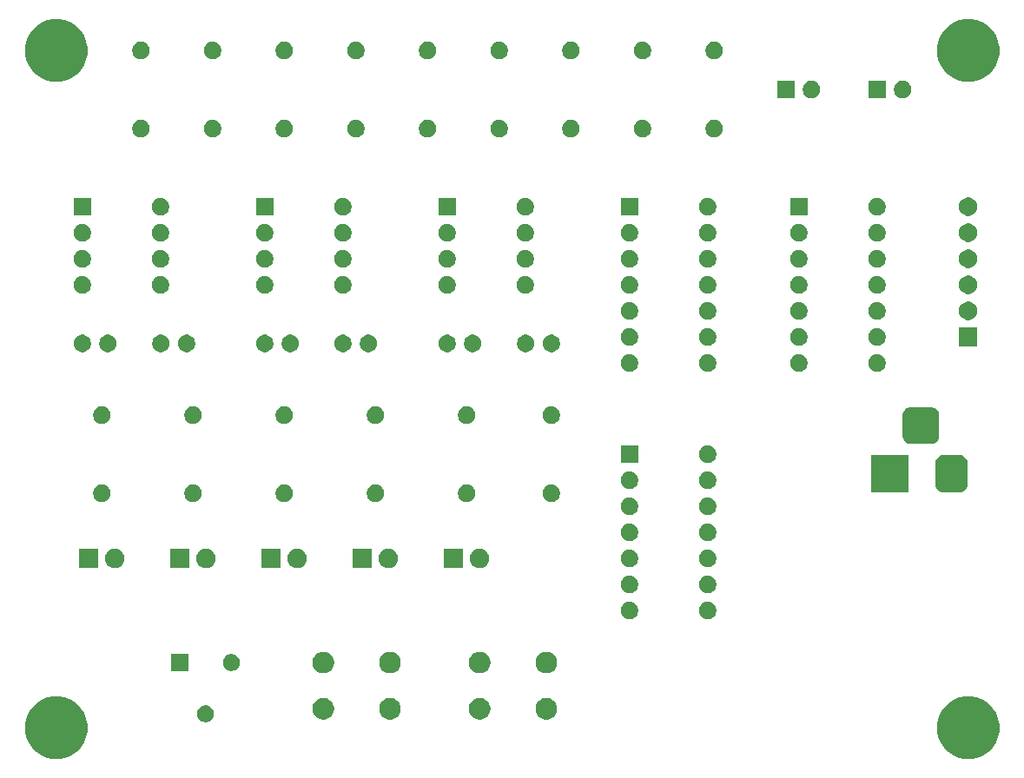
<source format=gbs>
G04 #@! TF.GenerationSoftware,KiCad,Pcbnew,(5.1.5)-3*
G04 #@! TF.CreationDate,2020-02-17T14:40:41+01:00*
G04 #@! TF.ProjectId,Clock_module,436c6f63-6b5f-46d6-9f64-756c652e6b69,rev?*
G04 #@! TF.SameCoordinates,Original*
G04 #@! TF.FileFunction,Soldermask,Bot*
G04 #@! TF.FilePolarity,Negative*
%FSLAX46Y46*%
G04 Gerber Fmt 4.6, Leading zero omitted, Abs format (unit mm)*
G04 Created by KiCad (PCBNEW (5.1.5)-3) date 2020-02-17 14:40:41*
%MOMM*%
%LPD*%
G04 APERTURE LIST*
%ADD10C,0.100000*%
G04 APERTURE END LIST*
D10*
G36*
X262509943Y-96126248D02*
G01*
X263065189Y-96356238D01*
X263065190Y-96356239D01*
X263564899Y-96690134D01*
X263989866Y-97115101D01*
X264035540Y-97183457D01*
X264323762Y-97614811D01*
X264553752Y-98170057D01*
X264671000Y-98759501D01*
X264671000Y-99360499D01*
X264553752Y-99949943D01*
X264323762Y-100505189D01*
X264323761Y-100505190D01*
X263989866Y-101004899D01*
X263564899Y-101429866D01*
X263313347Y-101597948D01*
X263065189Y-101763762D01*
X262509943Y-101993752D01*
X261920499Y-102111000D01*
X261319501Y-102111000D01*
X260730057Y-101993752D01*
X260174811Y-101763762D01*
X259926653Y-101597948D01*
X259675101Y-101429866D01*
X259250134Y-101004899D01*
X258916239Y-100505190D01*
X258916238Y-100505189D01*
X258686248Y-99949943D01*
X258569000Y-99360499D01*
X258569000Y-98759501D01*
X258686248Y-98170057D01*
X258916238Y-97614811D01*
X259204460Y-97183457D01*
X259250134Y-97115101D01*
X259675101Y-96690134D01*
X260174810Y-96356239D01*
X260174811Y-96356238D01*
X260730057Y-96126248D01*
X261319501Y-96009000D01*
X261920499Y-96009000D01*
X262509943Y-96126248D01*
G37*
G36*
X173609943Y-96126248D02*
G01*
X174165189Y-96356238D01*
X174165190Y-96356239D01*
X174664899Y-96690134D01*
X175089866Y-97115101D01*
X175135540Y-97183457D01*
X175423762Y-97614811D01*
X175653752Y-98170057D01*
X175771000Y-98759501D01*
X175771000Y-99360499D01*
X175653752Y-99949943D01*
X175423762Y-100505189D01*
X175423761Y-100505190D01*
X175089866Y-101004899D01*
X174664899Y-101429866D01*
X174413347Y-101597948D01*
X174165189Y-101763762D01*
X173609943Y-101993752D01*
X173020499Y-102111000D01*
X172419501Y-102111000D01*
X171830057Y-101993752D01*
X171274811Y-101763762D01*
X171026653Y-101597948D01*
X170775101Y-101429866D01*
X170350134Y-101004899D01*
X170016239Y-100505190D01*
X170016238Y-100505189D01*
X169786248Y-99949943D01*
X169669000Y-99360499D01*
X169669000Y-98759501D01*
X169786248Y-98170057D01*
X170016238Y-97614811D01*
X170304460Y-97183457D01*
X170350134Y-97115101D01*
X170775101Y-96690134D01*
X171274810Y-96356239D01*
X171274811Y-96356238D01*
X171830057Y-96126248D01*
X172419501Y-96009000D01*
X173020499Y-96009000D01*
X173609943Y-96126248D01*
G37*
G36*
X187525935Y-96915742D02*
G01*
X187676258Y-96978008D01*
X187811545Y-97068404D01*
X187926596Y-97183455D01*
X188016992Y-97318742D01*
X188079258Y-97469065D01*
X188111000Y-97628646D01*
X188111000Y-97791354D01*
X188079258Y-97950935D01*
X188016992Y-98101258D01*
X187926596Y-98236545D01*
X187811545Y-98351596D01*
X187676258Y-98441992D01*
X187525935Y-98504258D01*
X187366354Y-98536000D01*
X187203646Y-98536000D01*
X187044065Y-98504258D01*
X186893742Y-98441992D01*
X186758455Y-98351596D01*
X186643404Y-98236545D01*
X186553008Y-98101258D01*
X186490742Y-97950935D01*
X186459000Y-97791354D01*
X186459000Y-97628646D01*
X186490742Y-97469065D01*
X186553008Y-97318742D01*
X186643404Y-97183455D01*
X186758455Y-97068404D01*
X186893742Y-96978008D01*
X187044065Y-96915742D01*
X187203646Y-96884000D01*
X187366354Y-96884000D01*
X187525935Y-96915742D01*
G37*
G36*
X205561564Y-96199389D02*
G01*
X205752833Y-96278615D01*
X205752835Y-96278616D01*
X205924973Y-96393635D01*
X206071365Y-96540027D01*
X206171663Y-96690133D01*
X206186385Y-96712167D01*
X206265611Y-96903436D01*
X206306000Y-97106484D01*
X206306000Y-97313516D01*
X206265611Y-97516564D01*
X206186385Y-97707833D01*
X206186384Y-97707835D01*
X206071365Y-97879973D01*
X205924973Y-98026365D01*
X205752835Y-98141384D01*
X205752834Y-98141385D01*
X205752833Y-98141385D01*
X205561564Y-98220611D01*
X205358516Y-98261000D01*
X205151484Y-98261000D01*
X204948436Y-98220611D01*
X204757167Y-98141385D01*
X204757166Y-98141385D01*
X204757165Y-98141384D01*
X204585027Y-98026365D01*
X204438635Y-97879973D01*
X204323616Y-97707835D01*
X204323615Y-97707833D01*
X204244389Y-97516564D01*
X204204000Y-97313516D01*
X204204000Y-97106484D01*
X204244389Y-96903436D01*
X204323615Y-96712167D01*
X204338338Y-96690133D01*
X204438635Y-96540027D01*
X204585027Y-96393635D01*
X204757165Y-96278616D01*
X204757167Y-96278615D01*
X204948436Y-96199389D01*
X205151484Y-96159000D01*
X205358516Y-96159000D01*
X205561564Y-96199389D01*
G37*
G36*
X214301564Y-96199389D02*
G01*
X214492833Y-96278615D01*
X214492835Y-96278616D01*
X214664973Y-96393635D01*
X214811365Y-96540027D01*
X214911663Y-96690133D01*
X214926385Y-96712167D01*
X215005611Y-96903436D01*
X215046000Y-97106484D01*
X215046000Y-97313516D01*
X215005611Y-97516564D01*
X214926385Y-97707833D01*
X214926384Y-97707835D01*
X214811365Y-97879973D01*
X214664973Y-98026365D01*
X214492835Y-98141384D01*
X214492834Y-98141385D01*
X214492833Y-98141385D01*
X214301564Y-98220611D01*
X214098516Y-98261000D01*
X213891484Y-98261000D01*
X213688436Y-98220611D01*
X213497167Y-98141385D01*
X213497166Y-98141385D01*
X213497165Y-98141384D01*
X213325027Y-98026365D01*
X213178635Y-97879973D01*
X213063616Y-97707835D01*
X213063615Y-97707833D01*
X212984389Y-97516564D01*
X212944000Y-97313516D01*
X212944000Y-97106484D01*
X212984389Y-96903436D01*
X213063615Y-96712167D01*
X213078338Y-96690133D01*
X213178635Y-96540027D01*
X213325027Y-96393635D01*
X213497165Y-96278616D01*
X213497167Y-96278615D01*
X213688436Y-96199389D01*
X213891484Y-96159000D01*
X214098516Y-96159000D01*
X214301564Y-96199389D01*
G37*
G36*
X199061564Y-96199389D02*
G01*
X199252833Y-96278615D01*
X199252835Y-96278616D01*
X199424973Y-96393635D01*
X199571365Y-96540027D01*
X199671663Y-96690133D01*
X199686385Y-96712167D01*
X199765611Y-96903436D01*
X199806000Y-97106484D01*
X199806000Y-97313516D01*
X199765611Y-97516564D01*
X199686385Y-97707833D01*
X199686384Y-97707835D01*
X199571365Y-97879973D01*
X199424973Y-98026365D01*
X199252835Y-98141384D01*
X199252834Y-98141385D01*
X199252833Y-98141385D01*
X199061564Y-98220611D01*
X198858516Y-98261000D01*
X198651484Y-98261000D01*
X198448436Y-98220611D01*
X198257167Y-98141385D01*
X198257166Y-98141385D01*
X198257165Y-98141384D01*
X198085027Y-98026365D01*
X197938635Y-97879973D01*
X197823616Y-97707835D01*
X197823615Y-97707833D01*
X197744389Y-97516564D01*
X197704000Y-97313516D01*
X197704000Y-97106484D01*
X197744389Y-96903436D01*
X197823615Y-96712167D01*
X197838338Y-96690133D01*
X197938635Y-96540027D01*
X198085027Y-96393635D01*
X198257165Y-96278616D01*
X198257167Y-96278615D01*
X198448436Y-96199389D01*
X198651484Y-96159000D01*
X198858516Y-96159000D01*
X199061564Y-96199389D01*
G37*
G36*
X220801564Y-96199389D02*
G01*
X220992833Y-96278615D01*
X220992835Y-96278616D01*
X221164973Y-96393635D01*
X221311365Y-96540027D01*
X221411663Y-96690133D01*
X221426385Y-96712167D01*
X221505611Y-96903436D01*
X221546000Y-97106484D01*
X221546000Y-97313516D01*
X221505611Y-97516564D01*
X221426385Y-97707833D01*
X221426384Y-97707835D01*
X221311365Y-97879973D01*
X221164973Y-98026365D01*
X220992835Y-98141384D01*
X220992834Y-98141385D01*
X220992833Y-98141385D01*
X220801564Y-98220611D01*
X220598516Y-98261000D01*
X220391484Y-98261000D01*
X220188436Y-98220611D01*
X219997167Y-98141385D01*
X219997166Y-98141385D01*
X219997165Y-98141384D01*
X219825027Y-98026365D01*
X219678635Y-97879973D01*
X219563616Y-97707835D01*
X219563615Y-97707833D01*
X219484389Y-97516564D01*
X219444000Y-97313516D01*
X219444000Y-97106484D01*
X219484389Y-96903436D01*
X219563615Y-96712167D01*
X219578338Y-96690133D01*
X219678635Y-96540027D01*
X219825027Y-96393635D01*
X219997165Y-96278616D01*
X219997167Y-96278615D01*
X220188436Y-96199389D01*
X220391484Y-96159000D01*
X220598516Y-96159000D01*
X220801564Y-96199389D01*
G37*
G36*
X199061564Y-91699389D02*
G01*
X199252833Y-91778615D01*
X199252835Y-91778616D01*
X199424973Y-91893635D01*
X199571365Y-92040027D01*
X199667201Y-92183455D01*
X199686385Y-92212167D01*
X199765611Y-92403436D01*
X199806000Y-92606484D01*
X199806000Y-92813516D01*
X199765611Y-93016564D01*
X199686385Y-93207833D01*
X199686384Y-93207835D01*
X199571365Y-93379973D01*
X199424973Y-93526365D01*
X199252835Y-93641384D01*
X199252834Y-93641385D01*
X199252833Y-93641385D01*
X199061564Y-93720611D01*
X198858516Y-93761000D01*
X198651484Y-93761000D01*
X198448436Y-93720611D01*
X198257167Y-93641385D01*
X198257166Y-93641385D01*
X198257165Y-93641384D01*
X198085027Y-93526365D01*
X197938635Y-93379973D01*
X197823616Y-93207835D01*
X197823615Y-93207833D01*
X197744389Y-93016564D01*
X197704000Y-92813516D01*
X197704000Y-92606484D01*
X197744389Y-92403436D01*
X197823615Y-92212167D01*
X197842800Y-92183455D01*
X197938635Y-92040027D01*
X198085027Y-91893635D01*
X198257165Y-91778616D01*
X198257167Y-91778615D01*
X198448436Y-91699389D01*
X198651484Y-91659000D01*
X198858516Y-91659000D01*
X199061564Y-91699389D01*
G37*
G36*
X205561564Y-91699389D02*
G01*
X205752833Y-91778615D01*
X205752835Y-91778616D01*
X205924973Y-91893635D01*
X206071365Y-92040027D01*
X206167201Y-92183455D01*
X206186385Y-92212167D01*
X206265611Y-92403436D01*
X206306000Y-92606484D01*
X206306000Y-92813516D01*
X206265611Y-93016564D01*
X206186385Y-93207833D01*
X206186384Y-93207835D01*
X206071365Y-93379973D01*
X205924973Y-93526365D01*
X205752835Y-93641384D01*
X205752834Y-93641385D01*
X205752833Y-93641385D01*
X205561564Y-93720611D01*
X205358516Y-93761000D01*
X205151484Y-93761000D01*
X204948436Y-93720611D01*
X204757167Y-93641385D01*
X204757166Y-93641385D01*
X204757165Y-93641384D01*
X204585027Y-93526365D01*
X204438635Y-93379973D01*
X204323616Y-93207835D01*
X204323615Y-93207833D01*
X204244389Y-93016564D01*
X204204000Y-92813516D01*
X204204000Y-92606484D01*
X204244389Y-92403436D01*
X204323615Y-92212167D01*
X204342800Y-92183455D01*
X204438635Y-92040027D01*
X204585027Y-91893635D01*
X204757165Y-91778616D01*
X204757167Y-91778615D01*
X204948436Y-91699389D01*
X205151484Y-91659000D01*
X205358516Y-91659000D01*
X205561564Y-91699389D01*
G37*
G36*
X214301564Y-91699389D02*
G01*
X214492833Y-91778615D01*
X214492835Y-91778616D01*
X214664973Y-91893635D01*
X214811365Y-92040027D01*
X214907201Y-92183455D01*
X214926385Y-92212167D01*
X215005611Y-92403436D01*
X215046000Y-92606484D01*
X215046000Y-92813516D01*
X215005611Y-93016564D01*
X214926385Y-93207833D01*
X214926384Y-93207835D01*
X214811365Y-93379973D01*
X214664973Y-93526365D01*
X214492835Y-93641384D01*
X214492834Y-93641385D01*
X214492833Y-93641385D01*
X214301564Y-93720611D01*
X214098516Y-93761000D01*
X213891484Y-93761000D01*
X213688436Y-93720611D01*
X213497167Y-93641385D01*
X213497166Y-93641385D01*
X213497165Y-93641384D01*
X213325027Y-93526365D01*
X213178635Y-93379973D01*
X213063616Y-93207835D01*
X213063615Y-93207833D01*
X212984389Y-93016564D01*
X212944000Y-92813516D01*
X212944000Y-92606484D01*
X212984389Y-92403436D01*
X213063615Y-92212167D01*
X213082800Y-92183455D01*
X213178635Y-92040027D01*
X213325027Y-91893635D01*
X213497165Y-91778616D01*
X213497167Y-91778615D01*
X213688436Y-91699389D01*
X213891484Y-91659000D01*
X214098516Y-91659000D01*
X214301564Y-91699389D01*
G37*
G36*
X220801564Y-91699389D02*
G01*
X220992833Y-91778615D01*
X220992835Y-91778616D01*
X221164973Y-91893635D01*
X221311365Y-92040027D01*
X221407201Y-92183455D01*
X221426385Y-92212167D01*
X221505611Y-92403436D01*
X221546000Y-92606484D01*
X221546000Y-92813516D01*
X221505611Y-93016564D01*
X221426385Y-93207833D01*
X221426384Y-93207835D01*
X221311365Y-93379973D01*
X221164973Y-93526365D01*
X220992835Y-93641384D01*
X220992834Y-93641385D01*
X220992833Y-93641385D01*
X220801564Y-93720611D01*
X220598516Y-93761000D01*
X220391484Y-93761000D01*
X220188436Y-93720611D01*
X219997167Y-93641385D01*
X219997166Y-93641385D01*
X219997165Y-93641384D01*
X219825027Y-93526365D01*
X219678635Y-93379973D01*
X219563616Y-93207835D01*
X219563615Y-93207833D01*
X219484389Y-93016564D01*
X219444000Y-92813516D01*
X219444000Y-92606484D01*
X219484389Y-92403436D01*
X219563615Y-92212167D01*
X219582800Y-92183455D01*
X219678635Y-92040027D01*
X219825027Y-91893635D01*
X219997165Y-91778616D01*
X219997167Y-91778615D01*
X220188436Y-91699389D01*
X220391484Y-91659000D01*
X220598516Y-91659000D01*
X220801564Y-91699389D01*
G37*
G36*
X190025935Y-91915742D02*
G01*
X190176258Y-91978008D01*
X190311545Y-92068404D01*
X190426596Y-92183455D01*
X190516992Y-92318742D01*
X190579258Y-92469065D01*
X190611000Y-92628646D01*
X190611000Y-92791354D01*
X190579258Y-92950935D01*
X190516992Y-93101258D01*
X190426596Y-93236545D01*
X190311545Y-93351596D01*
X190176258Y-93441992D01*
X190025935Y-93504258D01*
X189866354Y-93536000D01*
X189703646Y-93536000D01*
X189544065Y-93504258D01*
X189393742Y-93441992D01*
X189258455Y-93351596D01*
X189143404Y-93236545D01*
X189053008Y-93101258D01*
X188990742Y-92950935D01*
X188959000Y-92791354D01*
X188959000Y-92628646D01*
X188990742Y-92469065D01*
X189053008Y-92318742D01*
X189143404Y-92183455D01*
X189258455Y-92068404D01*
X189393742Y-91978008D01*
X189544065Y-91915742D01*
X189703646Y-91884000D01*
X189866354Y-91884000D01*
X190025935Y-91915742D01*
G37*
G36*
X185611000Y-93536000D02*
G01*
X183959000Y-93536000D01*
X183959000Y-91884000D01*
X185611000Y-91884000D01*
X185611000Y-93536000D01*
G37*
G36*
X228848228Y-86811703D02*
G01*
X229003100Y-86875853D01*
X229142481Y-86968985D01*
X229261015Y-87087519D01*
X229354147Y-87226900D01*
X229418297Y-87381772D01*
X229451000Y-87546184D01*
X229451000Y-87713816D01*
X229418297Y-87878228D01*
X229354147Y-88033100D01*
X229261015Y-88172481D01*
X229142481Y-88291015D01*
X229003100Y-88384147D01*
X228848228Y-88448297D01*
X228683816Y-88481000D01*
X228516184Y-88481000D01*
X228351772Y-88448297D01*
X228196900Y-88384147D01*
X228057519Y-88291015D01*
X227938985Y-88172481D01*
X227845853Y-88033100D01*
X227781703Y-87878228D01*
X227749000Y-87713816D01*
X227749000Y-87546184D01*
X227781703Y-87381772D01*
X227845853Y-87226900D01*
X227938985Y-87087519D01*
X228057519Y-86968985D01*
X228196900Y-86875853D01*
X228351772Y-86811703D01*
X228516184Y-86779000D01*
X228683816Y-86779000D01*
X228848228Y-86811703D01*
G37*
G36*
X236468228Y-86811703D02*
G01*
X236623100Y-86875853D01*
X236762481Y-86968985D01*
X236881015Y-87087519D01*
X236974147Y-87226900D01*
X237038297Y-87381772D01*
X237071000Y-87546184D01*
X237071000Y-87713816D01*
X237038297Y-87878228D01*
X236974147Y-88033100D01*
X236881015Y-88172481D01*
X236762481Y-88291015D01*
X236623100Y-88384147D01*
X236468228Y-88448297D01*
X236303816Y-88481000D01*
X236136184Y-88481000D01*
X235971772Y-88448297D01*
X235816900Y-88384147D01*
X235677519Y-88291015D01*
X235558985Y-88172481D01*
X235465853Y-88033100D01*
X235401703Y-87878228D01*
X235369000Y-87713816D01*
X235369000Y-87546184D01*
X235401703Y-87381772D01*
X235465853Y-87226900D01*
X235558985Y-87087519D01*
X235677519Y-86968985D01*
X235816900Y-86875853D01*
X235971772Y-86811703D01*
X236136184Y-86779000D01*
X236303816Y-86779000D01*
X236468228Y-86811703D01*
G37*
G36*
X236468228Y-84271703D02*
G01*
X236623100Y-84335853D01*
X236762481Y-84428985D01*
X236881015Y-84547519D01*
X236974147Y-84686900D01*
X237038297Y-84841772D01*
X237071000Y-85006184D01*
X237071000Y-85173816D01*
X237038297Y-85338228D01*
X236974147Y-85493100D01*
X236881015Y-85632481D01*
X236762481Y-85751015D01*
X236623100Y-85844147D01*
X236468228Y-85908297D01*
X236303816Y-85941000D01*
X236136184Y-85941000D01*
X235971772Y-85908297D01*
X235816900Y-85844147D01*
X235677519Y-85751015D01*
X235558985Y-85632481D01*
X235465853Y-85493100D01*
X235401703Y-85338228D01*
X235369000Y-85173816D01*
X235369000Y-85006184D01*
X235401703Y-84841772D01*
X235465853Y-84686900D01*
X235558985Y-84547519D01*
X235677519Y-84428985D01*
X235816900Y-84335853D01*
X235971772Y-84271703D01*
X236136184Y-84239000D01*
X236303816Y-84239000D01*
X236468228Y-84271703D01*
G37*
G36*
X228848228Y-84271703D02*
G01*
X229003100Y-84335853D01*
X229142481Y-84428985D01*
X229261015Y-84547519D01*
X229354147Y-84686900D01*
X229418297Y-84841772D01*
X229451000Y-85006184D01*
X229451000Y-85173816D01*
X229418297Y-85338228D01*
X229354147Y-85493100D01*
X229261015Y-85632481D01*
X229142481Y-85751015D01*
X229003100Y-85844147D01*
X228848228Y-85908297D01*
X228683816Y-85941000D01*
X228516184Y-85941000D01*
X228351772Y-85908297D01*
X228196900Y-85844147D01*
X228057519Y-85751015D01*
X227938985Y-85632481D01*
X227845853Y-85493100D01*
X227781703Y-85338228D01*
X227749000Y-85173816D01*
X227749000Y-85006184D01*
X227781703Y-84841772D01*
X227845853Y-84686900D01*
X227938985Y-84547519D01*
X228057519Y-84428985D01*
X228196900Y-84335853D01*
X228351772Y-84271703D01*
X228516184Y-84239000D01*
X228683816Y-84239000D01*
X228848228Y-84271703D01*
G37*
G36*
X185736000Y-83501000D02*
G01*
X183834000Y-83501000D01*
X183834000Y-81599000D01*
X185736000Y-81599000D01*
X185736000Y-83501000D01*
G37*
G36*
X214272395Y-81635546D02*
G01*
X214445466Y-81707234D01*
X214445467Y-81707235D01*
X214601227Y-81811310D01*
X214733690Y-81943773D01*
X214776284Y-82007520D01*
X214837766Y-82099534D01*
X214909454Y-82272605D01*
X214946000Y-82456333D01*
X214946000Y-82643667D01*
X214909454Y-82827395D01*
X214837766Y-83000466D01*
X214837765Y-83000467D01*
X214733690Y-83156227D01*
X214601227Y-83288690D01*
X214578092Y-83304148D01*
X214445466Y-83392766D01*
X214272395Y-83464454D01*
X214088667Y-83501000D01*
X213901333Y-83501000D01*
X213717605Y-83464454D01*
X213544534Y-83392766D01*
X213411908Y-83304148D01*
X213388773Y-83288690D01*
X213256310Y-83156227D01*
X213152235Y-83000467D01*
X213152234Y-83000466D01*
X213080546Y-82827395D01*
X213044000Y-82643667D01*
X213044000Y-82456333D01*
X213080546Y-82272605D01*
X213152234Y-82099534D01*
X213213716Y-82007520D01*
X213256310Y-81943773D01*
X213388773Y-81811310D01*
X213544533Y-81707235D01*
X213544534Y-81707234D01*
X213717605Y-81635546D01*
X213901333Y-81599000D01*
X214088667Y-81599000D01*
X214272395Y-81635546D01*
G37*
G36*
X212406000Y-83501000D02*
G01*
X210504000Y-83501000D01*
X210504000Y-81599000D01*
X212406000Y-81599000D01*
X212406000Y-83501000D01*
G37*
G36*
X205382395Y-81635546D02*
G01*
X205555466Y-81707234D01*
X205555467Y-81707235D01*
X205711227Y-81811310D01*
X205843690Y-81943773D01*
X205886284Y-82007520D01*
X205947766Y-82099534D01*
X206019454Y-82272605D01*
X206056000Y-82456333D01*
X206056000Y-82643667D01*
X206019454Y-82827395D01*
X205947766Y-83000466D01*
X205947765Y-83000467D01*
X205843690Y-83156227D01*
X205711227Y-83288690D01*
X205688092Y-83304148D01*
X205555466Y-83392766D01*
X205382395Y-83464454D01*
X205198667Y-83501000D01*
X205011333Y-83501000D01*
X204827605Y-83464454D01*
X204654534Y-83392766D01*
X204521908Y-83304148D01*
X204498773Y-83288690D01*
X204366310Y-83156227D01*
X204262235Y-83000467D01*
X204262234Y-83000466D01*
X204190546Y-82827395D01*
X204154000Y-82643667D01*
X204154000Y-82456333D01*
X204190546Y-82272605D01*
X204262234Y-82099534D01*
X204323716Y-82007520D01*
X204366310Y-81943773D01*
X204498773Y-81811310D01*
X204654533Y-81707235D01*
X204654534Y-81707234D01*
X204827605Y-81635546D01*
X205011333Y-81599000D01*
X205198667Y-81599000D01*
X205382395Y-81635546D01*
G37*
G36*
X203516000Y-83501000D02*
G01*
X201614000Y-83501000D01*
X201614000Y-81599000D01*
X203516000Y-81599000D01*
X203516000Y-83501000D01*
G37*
G36*
X196492395Y-81635546D02*
G01*
X196665466Y-81707234D01*
X196665467Y-81707235D01*
X196821227Y-81811310D01*
X196953690Y-81943773D01*
X196996284Y-82007520D01*
X197057766Y-82099534D01*
X197129454Y-82272605D01*
X197166000Y-82456333D01*
X197166000Y-82643667D01*
X197129454Y-82827395D01*
X197057766Y-83000466D01*
X197057765Y-83000467D01*
X196953690Y-83156227D01*
X196821227Y-83288690D01*
X196798092Y-83304148D01*
X196665466Y-83392766D01*
X196492395Y-83464454D01*
X196308667Y-83501000D01*
X196121333Y-83501000D01*
X195937605Y-83464454D01*
X195764534Y-83392766D01*
X195631908Y-83304148D01*
X195608773Y-83288690D01*
X195476310Y-83156227D01*
X195372235Y-83000467D01*
X195372234Y-83000466D01*
X195300546Y-82827395D01*
X195264000Y-82643667D01*
X195264000Y-82456333D01*
X195300546Y-82272605D01*
X195372234Y-82099534D01*
X195433716Y-82007520D01*
X195476310Y-81943773D01*
X195608773Y-81811310D01*
X195764533Y-81707235D01*
X195764534Y-81707234D01*
X195937605Y-81635546D01*
X196121333Y-81599000D01*
X196308667Y-81599000D01*
X196492395Y-81635546D01*
G37*
G36*
X194626000Y-83501000D02*
G01*
X192724000Y-83501000D01*
X192724000Y-81599000D01*
X194626000Y-81599000D01*
X194626000Y-83501000D01*
G37*
G36*
X187602395Y-81635546D02*
G01*
X187775466Y-81707234D01*
X187775467Y-81707235D01*
X187931227Y-81811310D01*
X188063690Y-81943773D01*
X188106284Y-82007520D01*
X188167766Y-82099534D01*
X188239454Y-82272605D01*
X188276000Y-82456333D01*
X188276000Y-82643667D01*
X188239454Y-82827395D01*
X188167766Y-83000466D01*
X188167765Y-83000467D01*
X188063690Y-83156227D01*
X187931227Y-83288690D01*
X187908092Y-83304148D01*
X187775466Y-83392766D01*
X187602395Y-83464454D01*
X187418667Y-83501000D01*
X187231333Y-83501000D01*
X187047605Y-83464454D01*
X186874534Y-83392766D01*
X186741908Y-83304148D01*
X186718773Y-83288690D01*
X186586310Y-83156227D01*
X186482235Y-83000467D01*
X186482234Y-83000466D01*
X186410546Y-82827395D01*
X186374000Y-82643667D01*
X186374000Y-82456333D01*
X186410546Y-82272605D01*
X186482234Y-82099534D01*
X186543716Y-82007520D01*
X186586310Y-81943773D01*
X186718773Y-81811310D01*
X186874533Y-81707235D01*
X186874534Y-81707234D01*
X187047605Y-81635546D01*
X187231333Y-81599000D01*
X187418667Y-81599000D01*
X187602395Y-81635546D01*
G37*
G36*
X178712395Y-81635546D02*
G01*
X178885466Y-81707234D01*
X178885467Y-81707235D01*
X179041227Y-81811310D01*
X179173690Y-81943773D01*
X179216284Y-82007520D01*
X179277766Y-82099534D01*
X179349454Y-82272605D01*
X179386000Y-82456333D01*
X179386000Y-82643667D01*
X179349454Y-82827395D01*
X179277766Y-83000466D01*
X179277765Y-83000467D01*
X179173690Y-83156227D01*
X179041227Y-83288690D01*
X179018092Y-83304148D01*
X178885466Y-83392766D01*
X178712395Y-83464454D01*
X178528667Y-83501000D01*
X178341333Y-83501000D01*
X178157605Y-83464454D01*
X177984534Y-83392766D01*
X177851908Y-83304148D01*
X177828773Y-83288690D01*
X177696310Y-83156227D01*
X177592235Y-83000467D01*
X177592234Y-83000466D01*
X177520546Y-82827395D01*
X177484000Y-82643667D01*
X177484000Y-82456333D01*
X177520546Y-82272605D01*
X177592234Y-82099534D01*
X177653716Y-82007520D01*
X177696310Y-81943773D01*
X177828773Y-81811310D01*
X177984533Y-81707235D01*
X177984534Y-81707234D01*
X178157605Y-81635546D01*
X178341333Y-81599000D01*
X178528667Y-81599000D01*
X178712395Y-81635546D01*
G37*
G36*
X176846000Y-83501000D02*
G01*
X174944000Y-83501000D01*
X174944000Y-81599000D01*
X176846000Y-81599000D01*
X176846000Y-83501000D01*
G37*
G36*
X236468228Y-81731703D02*
G01*
X236623100Y-81795853D01*
X236762481Y-81888985D01*
X236881015Y-82007519D01*
X236974147Y-82146900D01*
X237038297Y-82301772D01*
X237071000Y-82466184D01*
X237071000Y-82633816D01*
X237038297Y-82798228D01*
X236974147Y-82953100D01*
X236881015Y-83092481D01*
X236762481Y-83211015D01*
X236623100Y-83304147D01*
X236468228Y-83368297D01*
X236303816Y-83401000D01*
X236136184Y-83401000D01*
X235971772Y-83368297D01*
X235816900Y-83304147D01*
X235677519Y-83211015D01*
X235558985Y-83092481D01*
X235465853Y-82953100D01*
X235401703Y-82798228D01*
X235369000Y-82633816D01*
X235369000Y-82466184D01*
X235401703Y-82301772D01*
X235465853Y-82146900D01*
X235558985Y-82007519D01*
X235677519Y-81888985D01*
X235816900Y-81795853D01*
X235971772Y-81731703D01*
X236136184Y-81699000D01*
X236303816Y-81699000D01*
X236468228Y-81731703D01*
G37*
G36*
X228848228Y-81731703D02*
G01*
X229003100Y-81795853D01*
X229142481Y-81888985D01*
X229261015Y-82007519D01*
X229354147Y-82146900D01*
X229418297Y-82301772D01*
X229451000Y-82466184D01*
X229451000Y-82633816D01*
X229418297Y-82798228D01*
X229354147Y-82953100D01*
X229261015Y-83092481D01*
X229142481Y-83211015D01*
X229003100Y-83304147D01*
X228848228Y-83368297D01*
X228683816Y-83401000D01*
X228516184Y-83401000D01*
X228351772Y-83368297D01*
X228196900Y-83304147D01*
X228057519Y-83211015D01*
X227938985Y-83092481D01*
X227845853Y-82953100D01*
X227781703Y-82798228D01*
X227749000Y-82633816D01*
X227749000Y-82466184D01*
X227781703Y-82301772D01*
X227845853Y-82146900D01*
X227938985Y-82007519D01*
X228057519Y-81888985D01*
X228196900Y-81795853D01*
X228351772Y-81731703D01*
X228516184Y-81699000D01*
X228683816Y-81699000D01*
X228848228Y-81731703D01*
G37*
G36*
X236468228Y-79191703D02*
G01*
X236623100Y-79255853D01*
X236762481Y-79348985D01*
X236881015Y-79467519D01*
X236974147Y-79606900D01*
X237038297Y-79761772D01*
X237071000Y-79926184D01*
X237071000Y-80093816D01*
X237038297Y-80258228D01*
X236974147Y-80413100D01*
X236881015Y-80552481D01*
X236762481Y-80671015D01*
X236623100Y-80764147D01*
X236468228Y-80828297D01*
X236303816Y-80861000D01*
X236136184Y-80861000D01*
X235971772Y-80828297D01*
X235816900Y-80764147D01*
X235677519Y-80671015D01*
X235558985Y-80552481D01*
X235465853Y-80413100D01*
X235401703Y-80258228D01*
X235369000Y-80093816D01*
X235369000Y-79926184D01*
X235401703Y-79761772D01*
X235465853Y-79606900D01*
X235558985Y-79467519D01*
X235677519Y-79348985D01*
X235816900Y-79255853D01*
X235971772Y-79191703D01*
X236136184Y-79159000D01*
X236303816Y-79159000D01*
X236468228Y-79191703D01*
G37*
G36*
X228848228Y-79191703D02*
G01*
X229003100Y-79255853D01*
X229142481Y-79348985D01*
X229261015Y-79467519D01*
X229354147Y-79606900D01*
X229418297Y-79761772D01*
X229451000Y-79926184D01*
X229451000Y-80093816D01*
X229418297Y-80258228D01*
X229354147Y-80413100D01*
X229261015Y-80552481D01*
X229142481Y-80671015D01*
X229003100Y-80764147D01*
X228848228Y-80828297D01*
X228683816Y-80861000D01*
X228516184Y-80861000D01*
X228351772Y-80828297D01*
X228196900Y-80764147D01*
X228057519Y-80671015D01*
X227938985Y-80552481D01*
X227845853Y-80413100D01*
X227781703Y-80258228D01*
X227749000Y-80093816D01*
X227749000Y-79926184D01*
X227781703Y-79761772D01*
X227845853Y-79606900D01*
X227938985Y-79467519D01*
X228057519Y-79348985D01*
X228196900Y-79255853D01*
X228351772Y-79191703D01*
X228516184Y-79159000D01*
X228683816Y-79159000D01*
X228848228Y-79191703D01*
G37*
G36*
X236468228Y-76651703D02*
G01*
X236623100Y-76715853D01*
X236762481Y-76808985D01*
X236881015Y-76927519D01*
X236974147Y-77066900D01*
X237038297Y-77221772D01*
X237071000Y-77386184D01*
X237071000Y-77553816D01*
X237038297Y-77718228D01*
X236974147Y-77873100D01*
X236881015Y-78012481D01*
X236762481Y-78131015D01*
X236623100Y-78224147D01*
X236468228Y-78288297D01*
X236303816Y-78321000D01*
X236136184Y-78321000D01*
X235971772Y-78288297D01*
X235816900Y-78224147D01*
X235677519Y-78131015D01*
X235558985Y-78012481D01*
X235465853Y-77873100D01*
X235401703Y-77718228D01*
X235369000Y-77553816D01*
X235369000Y-77386184D01*
X235401703Y-77221772D01*
X235465853Y-77066900D01*
X235558985Y-76927519D01*
X235677519Y-76808985D01*
X235816900Y-76715853D01*
X235971772Y-76651703D01*
X236136184Y-76619000D01*
X236303816Y-76619000D01*
X236468228Y-76651703D01*
G37*
G36*
X228848228Y-76651703D02*
G01*
X229003100Y-76715853D01*
X229142481Y-76808985D01*
X229261015Y-76927519D01*
X229354147Y-77066900D01*
X229418297Y-77221772D01*
X229451000Y-77386184D01*
X229451000Y-77553816D01*
X229418297Y-77718228D01*
X229354147Y-77873100D01*
X229261015Y-78012481D01*
X229142481Y-78131015D01*
X229003100Y-78224147D01*
X228848228Y-78288297D01*
X228683816Y-78321000D01*
X228516184Y-78321000D01*
X228351772Y-78288297D01*
X228196900Y-78224147D01*
X228057519Y-78131015D01*
X227938985Y-78012481D01*
X227845853Y-77873100D01*
X227781703Y-77718228D01*
X227749000Y-77553816D01*
X227749000Y-77386184D01*
X227781703Y-77221772D01*
X227845853Y-77066900D01*
X227938985Y-76927519D01*
X228057519Y-76808985D01*
X228196900Y-76715853D01*
X228351772Y-76651703D01*
X228516184Y-76619000D01*
X228683816Y-76619000D01*
X228848228Y-76651703D01*
G37*
G36*
X177413228Y-75381703D02*
G01*
X177568100Y-75445853D01*
X177707481Y-75538985D01*
X177826015Y-75657519D01*
X177919147Y-75796900D01*
X177983297Y-75951772D01*
X178016000Y-76116184D01*
X178016000Y-76283816D01*
X177983297Y-76448228D01*
X177919147Y-76603100D01*
X177826015Y-76742481D01*
X177707481Y-76861015D01*
X177568100Y-76954147D01*
X177413228Y-77018297D01*
X177248816Y-77051000D01*
X177081184Y-77051000D01*
X176916772Y-77018297D01*
X176761900Y-76954147D01*
X176622519Y-76861015D01*
X176503985Y-76742481D01*
X176410853Y-76603100D01*
X176346703Y-76448228D01*
X176314000Y-76283816D01*
X176314000Y-76116184D01*
X176346703Y-75951772D01*
X176410853Y-75796900D01*
X176503985Y-75657519D01*
X176622519Y-75538985D01*
X176761900Y-75445853D01*
X176916772Y-75381703D01*
X177081184Y-75349000D01*
X177248816Y-75349000D01*
X177413228Y-75381703D01*
G37*
G36*
X186303228Y-75381703D02*
G01*
X186458100Y-75445853D01*
X186597481Y-75538985D01*
X186716015Y-75657519D01*
X186809147Y-75796900D01*
X186873297Y-75951772D01*
X186906000Y-76116184D01*
X186906000Y-76283816D01*
X186873297Y-76448228D01*
X186809147Y-76603100D01*
X186716015Y-76742481D01*
X186597481Y-76861015D01*
X186458100Y-76954147D01*
X186303228Y-77018297D01*
X186138816Y-77051000D01*
X185971184Y-77051000D01*
X185806772Y-77018297D01*
X185651900Y-76954147D01*
X185512519Y-76861015D01*
X185393985Y-76742481D01*
X185300853Y-76603100D01*
X185236703Y-76448228D01*
X185204000Y-76283816D01*
X185204000Y-76116184D01*
X185236703Y-75951772D01*
X185300853Y-75796900D01*
X185393985Y-75657519D01*
X185512519Y-75538985D01*
X185651900Y-75445853D01*
X185806772Y-75381703D01*
X185971184Y-75349000D01*
X186138816Y-75349000D01*
X186303228Y-75381703D01*
G37*
G36*
X195193228Y-75381703D02*
G01*
X195348100Y-75445853D01*
X195487481Y-75538985D01*
X195606015Y-75657519D01*
X195699147Y-75796900D01*
X195763297Y-75951772D01*
X195796000Y-76116184D01*
X195796000Y-76283816D01*
X195763297Y-76448228D01*
X195699147Y-76603100D01*
X195606015Y-76742481D01*
X195487481Y-76861015D01*
X195348100Y-76954147D01*
X195193228Y-77018297D01*
X195028816Y-77051000D01*
X194861184Y-77051000D01*
X194696772Y-77018297D01*
X194541900Y-76954147D01*
X194402519Y-76861015D01*
X194283985Y-76742481D01*
X194190853Y-76603100D01*
X194126703Y-76448228D01*
X194094000Y-76283816D01*
X194094000Y-76116184D01*
X194126703Y-75951772D01*
X194190853Y-75796900D01*
X194283985Y-75657519D01*
X194402519Y-75538985D01*
X194541900Y-75445853D01*
X194696772Y-75381703D01*
X194861184Y-75349000D01*
X195028816Y-75349000D01*
X195193228Y-75381703D01*
G37*
G36*
X212973228Y-75381703D02*
G01*
X213128100Y-75445853D01*
X213267481Y-75538985D01*
X213386015Y-75657519D01*
X213479147Y-75796900D01*
X213543297Y-75951772D01*
X213576000Y-76116184D01*
X213576000Y-76283816D01*
X213543297Y-76448228D01*
X213479147Y-76603100D01*
X213386015Y-76742481D01*
X213267481Y-76861015D01*
X213128100Y-76954147D01*
X212973228Y-77018297D01*
X212808816Y-77051000D01*
X212641184Y-77051000D01*
X212476772Y-77018297D01*
X212321900Y-76954147D01*
X212182519Y-76861015D01*
X212063985Y-76742481D01*
X211970853Y-76603100D01*
X211906703Y-76448228D01*
X211874000Y-76283816D01*
X211874000Y-76116184D01*
X211906703Y-75951772D01*
X211970853Y-75796900D01*
X212063985Y-75657519D01*
X212182519Y-75538985D01*
X212321900Y-75445853D01*
X212476772Y-75381703D01*
X212641184Y-75349000D01*
X212808816Y-75349000D01*
X212973228Y-75381703D01*
G37*
G36*
X221228228Y-75381703D02*
G01*
X221383100Y-75445853D01*
X221522481Y-75538985D01*
X221641015Y-75657519D01*
X221734147Y-75796900D01*
X221798297Y-75951772D01*
X221831000Y-76116184D01*
X221831000Y-76283816D01*
X221798297Y-76448228D01*
X221734147Y-76603100D01*
X221641015Y-76742481D01*
X221522481Y-76861015D01*
X221383100Y-76954147D01*
X221228228Y-77018297D01*
X221063816Y-77051000D01*
X220896184Y-77051000D01*
X220731772Y-77018297D01*
X220576900Y-76954147D01*
X220437519Y-76861015D01*
X220318985Y-76742481D01*
X220225853Y-76603100D01*
X220161703Y-76448228D01*
X220129000Y-76283816D01*
X220129000Y-76116184D01*
X220161703Y-75951772D01*
X220225853Y-75796900D01*
X220318985Y-75657519D01*
X220437519Y-75538985D01*
X220576900Y-75445853D01*
X220731772Y-75381703D01*
X220896184Y-75349000D01*
X221063816Y-75349000D01*
X221228228Y-75381703D01*
G37*
G36*
X204083228Y-75381703D02*
G01*
X204238100Y-75445853D01*
X204377481Y-75538985D01*
X204496015Y-75657519D01*
X204589147Y-75796900D01*
X204653297Y-75951772D01*
X204686000Y-76116184D01*
X204686000Y-76283816D01*
X204653297Y-76448228D01*
X204589147Y-76603100D01*
X204496015Y-76742481D01*
X204377481Y-76861015D01*
X204238100Y-76954147D01*
X204083228Y-77018297D01*
X203918816Y-77051000D01*
X203751184Y-77051000D01*
X203586772Y-77018297D01*
X203431900Y-76954147D01*
X203292519Y-76861015D01*
X203173985Y-76742481D01*
X203080853Y-76603100D01*
X203016703Y-76448228D01*
X202984000Y-76283816D01*
X202984000Y-76116184D01*
X203016703Y-75951772D01*
X203080853Y-75796900D01*
X203173985Y-75657519D01*
X203292519Y-75538985D01*
X203431900Y-75445853D01*
X203586772Y-75381703D01*
X203751184Y-75349000D01*
X203918816Y-75349000D01*
X204083228Y-75381703D01*
G37*
G36*
X260976979Y-72508293D02*
G01*
X261110625Y-72548834D01*
X261233784Y-72614664D01*
X261341740Y-72703260D01*
X261430336Y-72811216D01*
X261496166Y-72934375D01*
X261536707Y-73068021D01*
X261551000Y-73213140D01*
X261551000Y-75376860D01*
X261536707Y-75521979D01*
X261496166Y-75655625D01*
X261430336Y-75778784D01*
X261341740Y-75886740D01*
X261233784Y-75975336D01*
X261110625Y-76041166D01*
X260976979Y-76081707D01*
X260831860Y-76096000D01*
X259168140Y-76096000D01*
X259023021Y-76081707D01*
X258889375Y-76041166D01*
X258766216Y-75975336D01*
X258658260Y-75886740D01*
X258569664Y-75778784D01*
X258503834Y-75655625D01*
X258463293Y-75521979D01*
X258449000Y-75376860D01*
X258449000Y-73213140D01*
X258463293Y-73068021D01*
X258503834Y-72934375D01*
X258569664Y-72811216D01*
X258658260Y-72703260D01*
X258766216Y-72614664D01*
X258889375Y-72548834D01*
X259023021Y-72508293D01*
X259168140Y-72494000D01*
X260831860Y-72494000D01*
X260976979Y-72508293D01*
G37*
G36*
X255801000Y-76096000D02*
G01*
X252199000Y-76096000D01*
X252199000Y-72494000D01*
X255801000Y-72494000D01*
X255801000Y-76096000D01*
G37*
G36*
X228848228Y-74111703D02*
G01*
X229003100Y-74175853D01*
X229142481Y-74268985D01*
X229261015Y-74387519D01*
X229354147Y-74526900D01*
X229418297Y-74681772D01*
X229451000Y-74846184D01*
X229451000Y-75013816D01*
X229418297Y-75178228D01*
X229354147Y-75333100D01*
X229261015Y-75472481D01*
X229142481Y-75591015D01*
X229003100Y-75684147D01*
X228848228Y-75748297D01*
X228683816Y-75781000D01*
X228516184Y-75781000D01*
X228351772Y-75748297D01*
X228196900Y-75684147D01*
X228057519Y-75591015D01*
X227938985Y-75472481D01*
X227845853Y-75333100D01*
X227781703Y-75178228D01*
X227749000Y-75013816D01*
X227749000Y-74846184D01*
X227781703Y-74681772D01*
X227845853Y-74526900D01*
X227938985Y-74387519D01*
X228057519Y-74268985D01*
X228196900Y-74175853D01*
X228351772Y-74111703D01*
X228516184Y-74079000D01*
X228683816Y-74079000D01*
X228848228Y-74111703D01*
G37*
G36*
X236468228Y-74111703D02*
G01*
X236623100Y-74175853D01*
X236762481Y-74268985D01*
X236881015Y-74387519D01*
X236974147Y-74526900D01*
X237038297Y-74681772D01*
X237071000Y-74846184D01*
X237071000Y-75013816D01*
X237038297Y-75178228D01*
X236974147Y-75333100D01*
X236881015Y-75472481D01*
X236762481Y-75591015D01*
X236623100Y-75684147D01*
X236468228Y-75748297D01*
X236303816Y-75781000D01*
X236136184Y-75781000D01*
X235971772Y-75748297D01*
X235816900Y-75684147D01*
X235677519Y-75591015D01*
X235558985Y-75472481D01*
X235465853Y-75333100D01*
X235401703Y-75178228D01*
X235369000Y-75013816D01*
X235369000Y-74846184D01*
X235401703Y-74681772D01*
X235465853Y-74526900D01*
X235558985Y-74387519D01*
X235677519Y-74268985D01*
X235816900Y-74175853D01*
X235971772Y-74111703D01*
X236136184Y-74079000D01*
X236303816Y-74079000D01*
X236468228Y-74111703D01*
G37*
G36*
X236468228Y-71571703D02*
G01*
X236623100Y-71635853D01*
X236762481Y-71728985D01*
X236881015Y-71847519D01*
X236974147Y-71986900D01*
X237038297Y-72141772D01*
X237071000Y-72306184D01*
X237071000Y-72473816D01*
X237038297Y-72638228D01*
X236974147Y-72793100D01*
X236881015Y-72932481D01*
X236762481Y-73051015D01*
X236623100Y-73144147D01*
X236468228Y-73208297D01*
X236303816Y-73241000D01*
X236136184Y-73241000D01*
X235971772Y-73208297D01*
X235816900Y-73144147D01*
X235677519Y-73051015D01*
X235558985Y-72932481D01*
X235465853Y-72793100D01*
X235401703Y-72638228D01*
X235369000Y-72473816D01*
X235369000Y-72306184D01*
X235401703Y-72141772D01*
X235465853Y-71986900D01*
X235558985Y-71847519D01*
X235677519Y-71728985D01*
X235816900Y-71635853D01*
X235971772Y-71571703D01*
X236136184Y-71539000D01*
X236303816Y-71539000D01*
X236468228Y-71571703D01*
G37*
G36*
X229451000Y-73241000D02*
G01*
X227749000Y-73241000D01*
X227749000Y-71539000D01*
X229451000Y-71539000D01*
X229451000Y-73241000D01*
G37*
G36*
X258126366Y-67810695D02*
G01*
X258283460Y-67858349D01*
X258428231Y-67935731D01*
X258555128Y-68039872D01*
X258659269Y-68166769D01*
X258736651Y-68311540D01*
X258784305Y-68468634D01*
X258801000Y-68638140D01*
X258801000Y-70551860D01*
X258784305Y-70721366D01*
X258736651Y-70878460D01*
X258659269Y-71023231D01*
X258555128Y-71150128D01*
X258428231Y-71254269D01*
X258283460Y-71331651D01*
X258126366Y-71379305D01*
X257956860Y-71396000D01*
X256043140Y-71396000D01*
X255873634Y-71379305D01*
X255716540Y-71331651D01*
X255571769Y-71254269D01*
X255444872Y-71150128D01*
X255340731Y-71023231D01*
X255263349Y-70878460D01*
X255215695Y-70721366D01*
X255199000Y-70551860D01*
X255199000Y-68638140D01*
X255215695Y-68468634D01*
X255263349Y-68311540D01*
X255340731Y-68166769D01*
X255444872Y-68039872D01*
X255571769Y-67935731D01*
X255716540Y-67858349D01*
X255873634Y-67810695D01*
X256043140Y-67794000D01*
X257956860Y-67794000D01*
X258126366Y-67810695D01*
G37*
G36*
X221228228Y-67761703D02*
G01*
X221383100Y-67825853D01*
X221522481Y-67918985D01*
X221641015Y-68037519D01*
X221734147Y-68176900D01*
X221798297Y-68331772D01*
X221831000Y-68496184D01*
X221831000Y-68663816D01*
X221798297Y-68828228D01*
X221734147Y-68983100D01*
X221641015Y-69122481D01*
X221522481Y-69241015D01*
X221383100Y-69334147D01*
X221228228Y-69398297D01*
X221063816Y-69431000D01*
X220896184Y-69431000D01*
X220731772Y-69398297D01*
X220576900Y-69334147D01*
X220437519Y-69241015D01*
X220318985Y-69122481D01*
X220225853Y-68983100D01*
X220161703Y-68828228D01*
X220129000Y-68663816D01*
X220129000Y-68496184D01*
X220161703Y-68331772D01*
X220225853Y-68176900D01*
X220318985Y-68037519D01*
X220437519Y-67918985D01*
X220576900Y-67825853D01*
X220731772Y-67761703D01*
X220896184Y-67729000D01*
X221063816Y-67729000D01*
X221228228Y-67761703D01*
G37*
G36*
X186303228Y-67761703D02*
G01*
X186458100Y-67825853D01*
X186597481Y-67918985D01*
X186716015Y-68037519D01*
X186809147Y-68176900D01*
X186873297Y-68331772D01*
X186906000Y-68496184D01*
X186906000Y-68663816D01*
X186873297Y-68828228D01*
X186809147Y-68983100D01*
X186716015Y-69122481D01*
X186597481Y-69241015D01*
X186458100Y-69334147D01*
X186303228Y-69398297D01*
X186138816Y-69431000D01*
X185971184Y-69431000D01*
X185806772Y-69398297D01*
X185651900Y-69334147D01*
X185512519Y-69241015D01*
X185393985Y-69122481D01*
X185300853Y-68983100D01*
X185236703Y-68828228D01*
X185204000Y-68663816D01*
X185204000Y-68496184D01*
X185236703Y-68331772D01*
X185300853Y-68176900D01*
X185393985Y-68037519D01*
X185512519Y-67918985D01*
X185651900Y-67825853D01*
X185806772Y-67761703D01*
X185971184Y-67729000D01*
X186138816Y-67729000D01*
X186303228Y-67761703D01*
G37*
G36*
X204083228Y-67761703D02*
G01*
X204238100Y-67825853D01*
X204377481Y-67918985D01*
X204496015Y-68037519D01*
X204589147Y-68176900D01*
X204653297Y-68331772D01*
X204686000Y-68496184D01*
X204686000Y-68663816D01*
X204653297Y-68828228D01*
X204589147Y-68983100D01*
X204496015Y-69122481D01*
X204377481Y-69241015D01*
X204238100Y-69334147D01*
X204083228Y-69398297D01*
X203918816Y-69431000D01*
X203751184Y-69431000D01*
X203586772Y-69398297D01*
X203431900Y-69334147D01*
X203292519Y-69241015D01*
X203173985Y-69122481D01*
X203080853Y-68983100D01*
X203016703Y-68828228D01*
X202984000Y-68663816D01*
X202984000Y-68496184D01*
X203016703Y-68331772D01*
X203080853Y-68176900D01*
X203173985Y-68037519D01*
X203292519Y-67918985D01*
X203431900Y-67825853D01*
X203586772Y-67761703D01*
X203751184Y-67729000D01*
X203918816Y-67729000D01*
X204083228Y-67761703D01*
G37*
G36*
X195193228Y-67761703D02*
G01*
X195348100Y-67825853D01*
X195487481Y-67918985D01*
X195606015Y-68037519D01*
X195699147Y-68176900D01*
X195763297Y-68331772D01*
X195796000Y-68496184D01*
X195796000Y-68663816D01*
X195763297Y-68828228D01*
X195699147Y-68983100D01*
X195606015Y-69122481D01*
X195487481Y-69241015D01*
X195348100Y-69334147D01*
X195193228Y-69398297D01*
X195028816Y-69431000D01*
X194861184Y-69431000D01*
X194696772Y-69398297D01*
X194541900Y-69334147D01*
X194402519Y-69241015D01*
X194283985Y-69122481D01*
X194190853Y-68983100D01*
X194126703Y-68828228D01*
X194094000Y-68663816D01*
X194094000Y-68496184D01*
X194126703Y-68331772D01*
X194190853Y-68176900D01*
X194283985Y-68037519D01*
X194402519Y-67918985D01*
X194541900Y-67825853D01*
X194696772Y-67761703D01*
X194861184Y-67729000D01*
X195028816Y-67729000D01*
X195193228Y-67761703D01*
G37*
G36*
X177413228Y-67761703D02*
G01*
X177568100Y-67825853D01*
X177707481Y-67918985D01*
X177826015Y-68037519D01*
X177919147Y-68176900D01*
X177983297Y-68331772D01*
X178016000Y-68496184D01*
X178016000Y-68663816D01*
X177983297Y-68828228D01*
X177919147Y-68983100D01*
X177826015Y-69122481D01*
X177707481Y-69241015D01*
X177568100Y-69334147D01*
X177413228Y-69398297D01*
X177248816Y-69431000D01*
X177081184Y-69431000D01*
X176916772Y-69398297D01*
X176761900Y-69334147D01*
X176622519Y-69241015D01*
X176503985Y-69122481D01*
X176410853Y-68983100D01*
X176346703Y-68828228D01*
X176314000Y-68663816D01*
X176314000Y-68496184D01*
X176346703Y-68331772D01*
X176410853Y-68176900D01*
X176503985Y-68037519D01*
X176622519Y-67918985D01*
X176761900Y-67825853D01*
X176916772Y-67761703D01*
X177081184Y-67729000D01*
X177248816Y-67729000D01*
X177413228Y-67761703D01*
G37*
G36*
X212973228Y-67761703D02*
G01*
X213128100Y-67825853D01*
X213267481Y-67918985D01*
X213386015Y-68037519D01*
X213479147Y-68176900D01*
X213543297Y-68331772D01*
X213576000Y-68496184D01*
X213576000Y-68663816D01*
X213543297Y-68828228D01*
X213479147Y-68983100D01*
X213386015Y-69122481D01*
X213267481Y-69241015D01*
X213128100Y-69334147D01*
X212973228Y-69398297D01*
X212808816Y-69431000D01*
X212641184Y-69431000D01*
X212476772Y-69398297D01*
X212321900Y-69334147D01*
X212182519Y-69241015D01*
X212063985Y-69122481D01*
X211970853Y-68983100D01*
X211906703Y-68828228D01*
X211874000Y-68663816D01*
X211874000Y-68496184D01*
X211906703Y-68331772D01*
X211970853Y-68176900D01*
X212063985Y-68037519D01*
X212182519Y-67918985D01*
X212321900Y-67825853D01*
X212476772Y-67761703D01*
X212641184Y-67729000D01*
X212808816Y-67729000D01*
X212973228Y-67761703D01*
G37*
G36*
X228848228Y-62681703D02*
G01*
X229003100Y-62745853D01*
X229142481Y-62838985D01*
X229261015Y-62957519D01*
X229354147Y-63096900D01*
X229418297Y-63251772D01*
X229451000Y-63416184D01*
X229451000Y-63583816D01*
X229418297Y-63748228D01*
X229354147Y-63903100D01*
X229261015Y-64042481D01*
X229142481Y-64161015D01*
X229003100Y-64254147D01*
X228848228Y-64318297D01*
X228683816Y-64351000D01*
X228516184Y-64351000D01*
X228351772Y-64318297D01*
X228196900Y-64254147D01*
X228057519Y-64161015D01*
X227938985Y-64042481D01*
X227845853Y-63903100D01*
X227781703Y-63748228D01*
X227749000Y-63583816D01*
X227749000Y-63416184D01*
X227781703Y-63251772D01*
X227845853Y-63096900D01*
X227938985Y-62957519D01*
X228057519Y-62838985D01*
X228196900Y-62745853D01*
X228351772Y-62681703D01*
X228516184Y-62649000D01*
X228683816Y-62649000D01*
X228848228Y-62681703D01*
G37*
G36*
X236468228Y-62681703D02*
G01*
X236623100Y-62745853D01*
X236762481Y-62838985D01*
X236881015Y-62957519D01*
X236974147Y-63096900D01*
X237038297Y-63251772D01*
X237071000Y-63416184D01*
X237071000Y-63583816D01*
X237038297Y-63748228D01*
X236974147Y-63903100D01*
X236881015Y-64042481D01*
X236762481Y-64161015D01*
X236623100Y-64254147D01*
X236468228Y-64318297D01*
X236303816Y-64351000D01*
X236136184Y-64351000D01*
X235971772Y-64318297D01*
X235816900Y-64254147D01*
X235677519Y-64161015D01*
X235558985Y-64042481D01*
X235465853Y-63903100D01*
X235401703Y-63748228D01*
X235369000Y-63583816D01*
X235369000Y-63416184D01*
X235401703Y-63251772D01*
X235465853Y-63096900D01*
X235558985Y-62957519D01*
X235677519Y-62838985D01*
X235816900Y-62745853D01*
X235971772Y-62681703D01*
X236136184Y-62649000D01*
X236303816Y-62649000D01*
X236468228Y-62681703D01*
G37*
G36*
X252978228Y-62681703D02*
G01*
X253133100Y-62745853D01*
X253272481Y-62838985D01*
X253391015Y-62957519D01*
X253484147Y-63096900D01*
X253548297Y-63251772D01*
X253581000Y-63416184D01*
X253581000Y-63583816D01*
X253548297Y-63748228D01*
X253484147Y-63903100D01*
X253391015Y-64042481D01*
X253272481Y-64161015D01*
X253133100Y-64254147D01*
X252978228Y-64318297D01*
X252813816Y-64351000D01*
X252646184Y-64351000D01*
X252481772Y-64318297D01*
X252326900Y-64254147D01*
X252187519Y-64161015D01*
X252068985Y-64042481D01*
X251975853Y-63903100D01*
X251911703Y-63748228D01*
X251879000Y-63583816D01*
X251879000Y-63416184D01*
X251911703Y-63251772D01*
X251975853Y-63096900D01*
X252068985Y-62957519D01*
X252187519Y-62838985D01*
X252326900Y-62745853D01*
X252481772Y-62681703D01*
X252646184Y-62649000D01*
X252813816Y-62649000D01*
X252978228Y-62681703D01*
G37*
G36*
X245358228Y-62681703D02*
G01*
X245513100Y-62745853D01*
X245652481Y-62838985D01*
X245771015Y-62957519D01*
X245864147Y-63096900D01*
X245928297Y-63251772D01*
X245961000Y-63416184D01*
X245961000Y-63583816D01*
X245928297Y-63748228D01*
X245864147Y-63903100D01*
X245771015Y-64042481D01*
X245652481Y-64161015D01*
X245513100Y-64254147D01*
X245358228Y-64318297D01*
X245193816Y-64351000D01*
X245026184Y-64351000D01*
X244861772Y-64318297D01*
X244706900Y-64254147D01*
X244567519Y-64161015D01*
X244448985Y-64042481D01*
X244355853Y-63903100D01*
X244291703Y-63748228D01*
X244259000Y-63583816D01*
X244259000Y-63416184D01*
X244291703Y-63251772D01*
X244355853Y-63096900D01*
X244448985Y-62957519D01*
X244567519Y-62838985D01*
X244706900Y-62745853D01*
X244861772Y-62681703D01*
X245026184Y-62649000D01*
X245193816Y-62649000D01*
X245358228Y-62681703D01*
G37*
G36*
X200908228Y-60776703D02*
G01*
X201063100Y-60840853D01*
X201202481Y-60933985D01*
X201321015Y-61052519D01*
X201414147Y-61191900D01*
X201478297Y-61346772D01*
X201511000Y-61511184D01*
X201511000Y-61678816D01*
X201478297Y-61843228D01*
X201414147Y-61998100D01*
X201321015Y-62137481D01*
X201202481Y-62256015D01*
X201063100Y-62349147D01*
X200908228Y-62413297D01*
X200743816Y-62446000D01*
X200576184Y-62446000D01*
X200411772Y-62413297D01*
X200256900Y-62349147D01*
X200117519Y-62256015D01*
X199998985Y-62137481D01*
X199905853Y-61998100D01*
X199841703Y-61843228D01*
X199809000Y-61678816D01*
X199809000Y-61511184D01*
X199841703Y-61346772D01*
X199905853Y-61191900D01*
X199998985Y-61052519D01*
X200117519Y-60933985D01*
X200256900Y-60840853D01*
X200411772Y-60776703D01*
X200576184Y-60744000D01*
X200743816Y-60744000D01*
X200908228Y-60776703D01*
G37*
G36*
X175508228Y-60776703D02*
G01*
X175663100Y-60840853D01*
X175802481Y-60933985D01*
X175921015Y-61052519D01*
X176014147Y-61191900D01*
X176078297Y-61346772D01*
X176111000Y-61511184D01*
X176111000Y-61678816D01*
X176078297Y-61843228D01*
X176014147Y-61998100D01*
X175921015Y-62137481D01*
X175802481Y-62256015D01*
X175663100Y-62349147D01*
X175508228Y-62413297D01*
X175343816Y-62446000D01*
X175176184Y-62446000D01*
X175011772Y-62413297D01*
X174856900Y-62349147D01*
X174717519Y-62256015D01*
X174598985Y-62137481D01*
X174505853Y-61998100D01*
X174441703Y-61843228D01*
X174409000Y-61678816D01*
X174409000Y-61511184D01*
X174441703Y-61346772D01*
X174505853Y-61191900D01*
X174598985Y-61052519D01*
X174717519Y-60933985D01*
X174856900Y-60840853D01*
X175011772Y-60776703D01*
X175176184Y-60744000D01*
X175343816Y-60744000D01*
X175508228Y-60776703D01*
G37*
G36*
X193288228Y-60776703D02*
G01*
X193443100Y-60840853D01*
X193582481Y-60933985D01*
X193701015Y-61052519D01*
X193794147Y-61191900D01*
X193858297Y-61346772D01*
X193891000Y-61511184D01*
X193891000Y-61678816D01*
X193858297Y-61843228D01*
X193794147Y-61998100D01*
X193701015Y-62137481D01*
X193582481Y-62256015D01*
X193443100Y-62349147D01*
X193288228Y-62413297D01*
X193123816Y-62446000D01*
X192956184Y-62446000D01*
X192791772Y-62413297D01*
X192636900Y-62349147D01*
X192497519Y-62256015D01*
X192378985Y-62137481D01*
X192285853Y-61998100D01*
X192221703Y-61843228D01*
X192189000Y-61678816D01*
X192189000Y-61511184D01*
X192221703Y-61346772D01*
X192285853Y-61191900D01*
X192378985Y-61052519D01*
X192497519Y-60933985D01*
X192636900Y-60840853D01*
X192791772Y-60776703D01*
X192956184Y-60744000D01*
X193123816Y-60744000D01*
X193288228Y-60776703D01*
G37*
G36*
X195788228Y-60776703D02*
G01*
X195943100Y-60840853D01*
X196082481Y-60933985D01*
X196201015Y-61052519D01*
X196294147Y-61191900D01*
X196358297Y-61346772D01*
X196391000Y-61511184D01*
X196391000Y-61678816D01*
X196358297Y-61843228D01*
X196294147Y-61998100D01*
X196201015Y-62137481D01*
X196082481Y-62256015D01*
X195943100Y-62349147D01*
X195788228Y-62413297D01*
X195623816Y-62446000D01*
X195456184Y-62446000D01*
X195291772Y-62413297D01*
X195136900Y-62349147D01*
X194997519Y-62256015D01*
X194878985Y-62137481D01*
X194785853Y-61998100D01*
X194721703Y-61843228D01*
X194689000Y-61678816D01*
X194689000Y-61511184D01*
X194721703Y-61346772D01*
X194785853Y-61191900D01*
X194878985Y-61052519D01*
X194997519Y-60933985D01*
X195136900Y-60840853D01*
X195291772Y-60776703D01*
X195456184Y-60744000D01*
X195623816Y-60744000D01*
X195788228Y-60776703D01*
G37*
G36*
X203408228Y-60776703D02*
G01*
X203563100Y-60840853D01*
X203702481Y-60933985D01*
X203821015Y-61052519D01*
X203914147Y-61191900D01*
X203978297Y-61346772D01*
X204011000Y-61511184D01*
X204011000Y-61678816D01*
X203978297Y-61843228D01*
X203914147Y-61998100D01*
X203821015Y-62137481D01*
X203702481Y-62256015D01*
X203563100Y-62349147D01*
X203408228Y-62413297D01*
X203243816Y-62446000D01*
X203076184Y-62446000D01*
X202911772Y-62413297D01*
X202756900Y-62349147D01*
X202617519Y-62256015D01*
X202498985Y-62137481D01*
X202405853Y-61998100D01*
X202341703Y-61843228D01*
X202309000Y-61678816D01*
X202309000Y-61511184D01*
X202341703Y-61346772D01*
X202405853Y-61191900D01*
X202498985Y-61052519D01*
X202617519Y-60933985D01*
X202756900Y-60840853D01*
X202911772Y-60776703D01*
X203076184Y-60744000D01*
X203243816Y-60744000D01*
X203408228Y-60776703D01*
G37*
G36*
X183168228Y-60776703D02*
G01*
X183323100Y-60840853D01*
X183462481Y-60933985D01*
X183581015Y-61052519D01*
X183674147Y-61191900D01*
X183738297Y-61346772D01*
X183771000Y-61511184D01*
X183771000Y-61678816D01*
X183738297Y-61843228D01*
X183674147Y-61998100D01*
X183581015Y-62137481D01*
X183462481Y-62256015D01*
X183323100Y-62349147D01*
X183168228Y-62413297D01*
X183003816Y-62446000D01*
X182836184Y-62446000D01*
X182671772Y-62413297D01*
X182516900Y-62349147D01*
X182377519Y-62256015D01*
X182258985Y-62137481D01*
X182165853Y-61998100D01*
X182101703Y-61843228D01*
X182069000Y-61678816D01*
X182069000Y-61511184D01*
X182101703Y-61346772D01*
X182165853Y-61191900D01*
X182258985Y-61052519D01*
X182377519Y-60933985D01*
X182516900Y-60840853D01*
X182671772Y-60776703D01*
X182836184Y-60744000D01*
X183003816Y-60744000D01*
X183168228Y-60776703D01*
G37*
G36*
X178008228Y-60776703D02*
G01*
X178163100Y-60840853D01*
X178302481Y-60933985D01*
X178421015Y-61052519D01*
X178514147Y-61191900D01*
X178578297Y-61346772D01*
X178611000Y-61511184D01*
X178611000Y-61678816D01*
X178578297Y-61843228D01*
X178514147Y-61998100D01*
X178421015Y-62137481D01*
X178302481Y-62256015D01*
X178163100Y-62349147D01*
X178008228Y-62413297D01*
X177843816Y-62446000D01*
X177676184Y-62446000D01*
X177511772Y-62413297D01*
X177356900Y-62349147D01*
X177217519Y-62256015D01*
X177098985Y-62137481D01*
X177005853Y-61998100D01*
X176941703Y-61843228D01*
X176909000Y-61678816D01*
X176909000Y-61511184D01*
X176941703Y-61346772D01*
X177005853Y-61191900D01*
X177098985Y-61052519D01*
X177217519Y-60933985D01*
X177356900Y-60840853D01*
X177511772Y-60776703D01*
X177676184Y-60744000D01*
X177843816Y-60744000D01*
X178008228Y-60776703D01*
G37*
G36*
X211068228Y-60776703D02*
G01*
X211223100Y-60840853D01*
X211362481Y-60933985D01*
X211481015Y-61052519D01*
X211574147Y-61191900D01*
X211638297Y-61346772D01*
X211671000Y-61511184D01*
X211671000Y-61678816D01*
X211638297Y-61843228D01*
X211574147Y-61998100D01*
X211481015Y-62137481D01*
X211362481Y-62256015D01*
X211223100Y-62349147D01*
X211068228Y-62413297D01*
X210903816Y-62446000D01*
X210736184Y-62446000D01*
X210571772Y-62413297D01*
X210416900Y-62349147D01*
X210277519Y-62256015D01*
X210158985Y-62137481D01*
X210065853Y-61998100D01*
X210001703Y-61843228D01*
X209969000Y-61678816D01*
X209969000Y-61511184D01*
X210001703Y-61346772D01*
X210065853Y-61191900D01*
X210158985Y-61052519D01*
X210277519Y-60933985D01*
X210416900Y-60840853D01*
X210571772Y-60776703D01*
X210736184Y-60744000D01*
X210903816Y-60744000D01*
X211068228Y-60776703D01*
G37*
G36*
X213568228Y-60776703D02*
G01*
X213723100Y-60840853D01*
X213862481Y-60933985D01*
X213981015Y-61052519D01*
X214074147Y-61191900D01*
X214138297Y-61346772D01*
X214171000Y-61511184D01*
X214171000Y-61678816D01*
X214138297Y-61843228D01*
X214074147Y-61998100D01*
X213981015Y-62137481D01*
X213862481Y-62256015D01*
X213723100Y-62349147D01*
X213568228Y-62413297D01*
X213403816Y-62446000D01*
X213236184Y-62446000D01*
X213071772Y-62413297D01*
X212916900Y-62349147D01*
X212777519Y-62256015D01*
X212658985Y-62137481D01*
X212565853Y-61998100D01*
X212501703Y-61843228D01*
X212469000Y-61678816D01*
X212469000Y-61511184D01*
X212501703Y-61346772D01*
X212565853Y-61191900D01*
X212658985Y-61052519D01*
X212777519Y-60933985D01*
X212916900Y-60840853D01*
X213071772Y-60776703D01*
X213236184Y-60744000D01*
X213403816Y-60744000D01*
X213568228Y-60776703D01*
G37*
G36*
X218728228Y-60776703D02*
G01*
X218883100Y-60840853D01*
X219022481Y-60933985D01*
X219141015Y-61052519D01*
X219234147Y-61191900D01*
X219298297Y-61346772D01*
X219331000Y-61511184D01*
X219331000Y-61678816D01*
X219298297Y-61843228D01*
X219234147Y-61998100D01*
X219141015Y-62137481D01*
X219022481Y-62256015D01*
X218883100Y-62349147D01*
X218728228Y-62413297D01*
X218563816Y-62446000D01*
X218396184Y-62446000D01*
X218231772Y-62413297D01*
X218076900Y-62349147D01*
X217937519Y-62256015D01*
X217818985Y-62137481D01*
X217725853Y-61998100D01*
X217661703Y-61843228D01*
X217629000Y-61678816D01*
X217629000Y-61511184D01*
X217661703Y-61346772D01*
X217725853Y-61191900D01*
X217818985Y-61052519D01*
X217937519Y-60933985D01*
X218076900Y-60840853D01*
X218231772Y-60776703D01*
X218396184Y-60744000D01*
X218563816Y-60744000D01*
X218728228Y-60776703D01*
G37*
G36*
X185668228Y-60776703D02*
G01*
X185823100Y-60840853D01*
X185962481Y-60933985D01*
X186081015Y-61052519D01*
X186174147Y-61191900D01*
X186238297Y-61346772D01*
X186271000Y-61511184D01*
X186271000Y-61678816D01*
X186238297Y-61843228D01*
X186174147Y-61998100D01*
X186081015Y-62137481D01*
X185962481Y-62256015D01*
X185823100Y-62349147D01*
X185668228Y-62413297D01*
X185503816Y-62446000D01*
X185336184Y-62446000D01*
X185171772Y-62413297D01*
X185016900Y-62349147D01*
X184877519Y-62256015D01*
X184758985Y-62137481D01*
X184665853Y-61998100D01*
X184601703Y-61843228D01*
X184569000Y-61678816D01*
X184569000Y-61511184D01*
X184601703Y-61346772D01*
X184665853Y-61191900D01*
X184758985Y-61052519D01*
X184877519Y-60933985D01*
X185016900Y-60840853D01*
X185171772Y-60776703D01*
X185336184Y-60744000D01*
X185503816Y-60744000D01*
X185668228Y-60776703D01*
G37*
G36*
X221228228Y-60776703D02*
G01*
X221383100Y-60840853D01*
X221522481Y-60933985D01*
X221641015Y-61052519D01*
X221734147Y-61191900D01*
X221798297Y-61346772D01*
X221831000Y-61511184D01*
X221831000Y-61678816D01*
X221798297Y-61843228D01*
X221734147Y-61998100D01*
X221641015Y-62137481D01*
X221522481Y-62256015D01*
X221383100Y-62349147D01*
X221228228Y-62413297D01*
X221063816Y-62446000D01*
X220896184Y-62446000D01*
X220731772Y-62413297D01*
X220576900Y-62349147D01*
X220437519Y-62256015D01*
X220318985Y-62137481D01*
X220225853Y-61998100D01*
X220161703Y-61843228D01*
X220129000Y-61678816D01*
X220129000Y-61511184D01*
X220161703Y-61346772D01*
X220225853Y-61191900D01*
X220318985Y-61052519D01*
X220437519Y-60933985D01*
X220576900Y-60840853D01*
X220731772Y-60776703D01*
X220896184Y-60744000D01*
X221063816Y-60744000D01*
X221228228Y-60776703D01*
G37*
G36*
X262521000Y-61861000D02*
G01*
X260719000Y-61861000D01*
X260719000Y-60059000D01*
X262521000Y-60059000D01*
X262521000Y-61861000D01*
G37*
G36*
X252978228Y-60141703D02*
G01*
X253133100Y-60205853D01*
X253272481Y-60298985D01*
X253391015Y-60417519D01*
X253484147Y-60556900D01*
X253548297Y-60711772D01*
X253581000Y-60876184D01*
X253581000Y-61043816D01*
X253548297Y-61208228D01*
X253484147Y-61363100D01*
X253391015Y-61502481D01*
X253272481Y-61621015D01*
X253133100Y-61714147D01*
X252978228Y-61778297D01*
X252813816Y-61811000D01*
X252646184Y-61811000D01*
X252481772Y-61778297D01*
X252326900Y-61714147D01*
X252187519Y-61621015D01*
X252068985Y-61502481D01*
X251975853Y-61363100D01*
X251911703Y-61208228D01*
X251879000Y-61043816D01*
X251879000Y-60876184D01*
X251911703Y-60711772D01*
X251975853Y-60556900D01*
X252068985Y-60417519D01*
X252187519Y-60298985D01*
X252326900Y-60205853D01*
X252481772Y-60141703D01*
X252646184Y-60109000D01*
X252813816Y-60109000D01*
X252978228Y-60141703D01*
G37*
G36*
X228848228Y-60141703D02*
G01*
X229003100Y-60205853D01*
X229142481Y-60298985D01*
X229261015Y-60417519D01*
X229354147Y-60556900D01*
X229418297Y-60711772D01*
X229451000Y-60876184D01*
X229451000Y-61043816D01*
X229418297Y-61208228D01*
X229354147Y-61363100D01*
X229261015Y-61502481D01*
X229142481Y-61621015D01*
X229003100Y-61714147D01*
X228848228Y-61778297D01*
X228683816Y-61811000D01*
X228516184Y-61811000D01*
X228351772Y-61778297D01*
X228196900Y-61714147D01*
X228057519Y-61621015D01*
X227938985Y-61502481D01*
X227845853Y-61363100D01*
X227781703Y-61208228D01*
X227749000Y-61043816D01*
X227749000Y-60876184D01*
X227781703Y-60711772D01*
X227845853Y-60556900D01*
X227938985Y-60417519D01*
X228057519Y-60298985D01*
X228196900Y-60205853D01*
X228351772Y-60141703D01*
X228516184Y-60109000D01*
X228683816Y-60109000D01*
X228848228Y-60141703D01*
G37*
G36*
X245358228Y-60141703D02*
G01*
X245513100Y-60205853D01*
X245652481Y-60298985D01*
X245771015Y-60417519D01*
X245864147Y-60556900D01*
X245928297Y-60711772D01*
X245961000Y-60876184D01*
X245961000Y-61043816D01*
X245928297Y-61208228D01*
X245864147Y-61363100D01*
X245771015Y-61502481D01*
X245652481Y-61621015D01*
X245513100Y-61714147D01*
X245358228Y-61778297D01*
X245193816Y-61811000D01*
X245026184Y-61811000D01*
X244861772Y-61778297D01*
X244706900Y-61714147D01*
X244567519Y-61621015D01*
X244448985Y-61502481D01*
X244355853Y-61363100D01*
X244291703Y-61208228D01*
X244259000Y-61043816D01*
X244259000Y-60876184D01*
X244291703Y-60711772D01*
X244355853Y-60556900D01*
X244448985Y-60417519D01*
X244567519Y-60298985D01*
X244706900Y-60205853D01*
X244861772Y-60141703D01*
X245026184Y-60109000D01*
X245193816Y-60109000D01*
X245358228Y-60141703D01*
G37*
G36*
X236468228Y-60141703D02*
G01*
X236623100Y-60205853D01*
X236762481Y-60298985D01*
X236881015Y-60417519D01*
X236974147Y-60556900D01*
X237038297Y-60711772D01*
X237071000Y-60876184D01*
X237071000Y-61043816D01*
X237038297Y-61208228D01*
X236974147Y-61363100D01*
X236881015Y-61502481D01*
X236762481Y-61621015D01*
X236623100Y-61714147D01*
X236468228Y-61778297D01*
X236303816Y-61811000D01*
X236136184Y-61811000D01*
X235971772Y-61778297D01*
X235816900Y-61714147D01*
X235677519Y-61621015D01*
X235558985Y-61502481D01*
X235465853Y-61363100D01*
X235401703Y-61208228D01*
X235369000Y-61043816D01*
X235369000Y-60876184D01*
X235401703Y-60711772D01*
X235465853Y-60556900D01*
X235558985Y-60417519D01*
X235677519Y-60298985D01*
X235816900Y-60205853D01*
X235971772Y-60141703D01*
X236136184Y-60109000D01*
X236303816Y-60109000D01*
X236468228Y-60141703D01*
G37*
G36*
X261733512Y-57523927D02*
G01*
X261882812Y-57553624D01*
X262046784Y-57621544D01*
X262194354Y-57720147D01*
X262319853Y-57845646D01*
X262418456Y-57993216D01*
X262486376Y-58157188D01*
X262521000Y-58331259D01*
X262521000Y-58508741D01*
X262486376Y-58682812D01*
X262418456Y-58846784D01*
X262319853Y-58994354D01*
X262194354Y-59119853D01*
X262046784Y-59218456D01*
X261882812Y-59286376D01*
X261733512Y-59316073D01*
X261708742Y-59321000D01*
X261531258Y-59321000D01*
X261506488Y-59316073D01*
X261357188Y-59286376D01*
X261193216Y-59218456D01*
X261045646Y-59119853D01*
X260920147Y-58994354D01*
X260821544Y-58846784D01*
X260753624Y-58682812D01*
X260719000Y-58508741D01*
X260719000Y-58331259D01*
X260753624Y-58157188D01*
X260821544Y-57993216D01*
X260920147Y-57845646D01*
X261045646Y-57720147D01*
X261193216Y-57621544D01*
X261357188Y-57553624D01*
X261506488Y-57523927D01*
X261531258Y-57519000D01*
X261708742Y-57519000D01*
X261733512Y-57523927D01*
G37*
G36*
X245358228Y-57601703D02*
G01*
X245513100Y-57665853D01*
X245652481Y-57758985D01*
X245771015Y-57877519D01*
X245864147Y-58016900D01*
X245928297Y-58171772D01*
X245961000Y-58336184D01*
X245961000Y-58503816D01*
X245928297Y-58668228D01*
X245864147Y-58823100D01*
X245771015Y-58962481D01*
X245652481Y-59081015D01*
X245513100Y-59174147D01*
X245358228Y-59238297D01*
X245193816Y-59271000D01*
X245026184Y-59271000D01*
X244861772Y-59238297D01*
X244706900Y-59174147D01*
X244567519Y-59081015D01*
X244448985Y-58962481D01*
X244355853Y-58823100D01*
X244291703Y-58668228D01*
X244259000Y-58503816D01*
X244259000Y-58336184D01*
X244291703Y-58171772D01*
X244355853Y-58016900D01*
X244448985Y-57877519D01*
X244567519Y-57758985D01*
X244706900Y-57665853D01*
X244861772Y-57601703D01*
X245026184Y-57569000D01*
X245193816Y-57569000D01*
X245358228Y-57601703D01*
G37*
G36*
X228848228Y-57601703D02*
G01*
X229003100Y-57665853D01*
X229142481Y-57758985D01*
X229261015Y-57877519D01*
X229354147Y-58016900D01*
X229418297Y-58171772D01*
X229451000Y-58336184D01*
X229451000Y-58503816D01*
X229418297Y-58668228D01*
X229354147Y-58823100D01*
X229261015Y-58962481D01*
X229142481Y-59081015D01*
X229003100Y-59174147D01*
X228848228Y-59238297D01*
X228683816Y-59271000D01*
X228516184Y-59271000D01*
X228351772Y-59238297D01*
X228196900Y-59174147D01*
X228057519Y-59081015D01*
X227938985Y-58962481D01*
X227845853Y-58823100D01*
X227781703Y-58668228D01*
X227749000Y-58503816D01*
X227749000Y-58336184D01*
X227781703Y-58171772D01*
X227845853Y-58016900D01*
X227938985Y-57877519D01*
X228057519Y-57758985D01*
X228196900Y-57665853D01*
X228351772Y-57601703D01*
X228516184Y-57569000D01*
X228683816Y-57569000D01*
X228848228Y-57601703D01*
G37*
G36*
X236468228Y-57601703D02*
G01*
X236623100Y-57665853D01*
X236762481Y-57758985D01*
X236881015Y-57877519D01*
X236974147Y-58016900D01*
X237038297Y-58171772D01*
X237071000Y-58336184D01*
X237071000Y-58503816D01*
X237038297Y-58668228D01*
X236974147Y-58823100D01*
X236881015Y-58962481D01*
X236762481Y-59081015D01*
X236623100Y-59174147D01*
X236468228Y-59238297D01*
X236303816Y-59271000D01*
X236136184Y-59271000D01*
X235971772Y-59238297D01*
X235816900Y-59174147D01*
X235677519Y-59081015D01*
X235558985Y-58962481D01*
X235465853Y-58823100D01*
X235401703Y-58668228D01*
X235369000Y-58503816D01*
X235369000Y-58336184D01*
X235401703Y-58171772D01*
X235465853Y-58016900D01*
X235558985Y-57877519D01*
X235677519Y-57758985D01*
X235816900Y-57665853D01*
X235971772Y-57601703D01*
X236136184Y-57569000D01*
X236303816Y-57569000D01*
X236468228Y-57601703D01*
G37*
G36*
X252978228Y-57601703D02*
G01*
X253133100Y-57665853D01*
X253272481Y-57758985D01*
X253391015Y-57877519D01*
X253484147Y-58016900D01*
X253548297Y-58171772D01*
X253581000Y-58336184D01*
X253581000Y-58503816D01*
X253548297Y-58668228D01*
X253484147Y-58823100D01*
X253391015Y-58962481D01*
X253272481Y-59081015D01*
X253133100Y-59174147D01*
X252978228Y-59238297D01*
X252813816Y-59271000D01*
X252646184Y-59271000D01*
X252481772Y-59238297D01*
X252326900Y-59174147D01*
X252187519Y-59081015D01*
X252068985Y-58962481D01*
X251975853Y-58823100D01*
X251911703Y-58668228D01*
X251879000Y-58503816D01*
X251879000Y-58336184D01*
X251911703Y-58171772D01*
X251975853Y-58016900D01*
X252068985Y-57877519D01*
X252187519Y-57758985D01*
X252326900Y-57665853D01*
X252481772Y-57601703D01*
X252646184Y-57569000D01*
X252813816Y-57569000D01*
X252978228Y-57601703D01*
G37*
G36*
X261733512Y-54983927D02*
G01*
X261882812Y-55013624D01*
X262046784Y-55081544D01*
X262194354Y-55180147D01*
X262319853Y-55305646D01*
X262418456Y-55453216D01*
X262486376Y-55617188D01*
X262521000Y-55791259D01*
X262521000Y-55968741D01*
X262486376Y-56142812D01*
X262418456Y-56306784D01*
X262319853Y-56454354D01*
X262194354Y-56579853D01*
X262046784Y-56678456D01*
X261882812Y-56746376D01*
X261733512Y-56776073D01*
X261708742Y-56781000D01*
X261531258Y-56781000D01*
X261506488Y-56776073D01*
X261357188Y-56746376D01*
X261193216Y-56678456D01*
X261045646Y-56579853D01*
X260920147Y-56454354D01*
X260821544Y-56306784D01*
X260753624Y-56142812D01*
X260719000Y-55968741D01*
X260719000Y-55791259D01*
X260753624Y-55617188D01*
X260821544Y-55453216D01*
X260920147Y-55305646D01*
X261045646Y-55180147D01*
X261193216Y-55081544D01*
X261357188Y-55013624D01*
X261506488Y-54983927D01*
X261531258Y-54979000D01*
X261708742Y-54979000D01*
X261733512Y-54983927D01*
G37*
G36*
X183128228Y-55061703D02*
G01*
X183283100Y-55125853D01*
X183422481Y-55218985D01*
X183541015Y-55337519D01*
X183634147Y-55476900D01*
X183698297Y-55631772D01*
X183731000Y-55796184D01*
X183731000Y-55963816D01*
X183698297Y-56128228D01*
X183634147Y-56283100D01*
X183541015Y-56422481D01*
X183422481Y-56541015D01*
X183283100Y-56634147D01*
X183128228Y-56698297D01*
X182963816Y-56731000D01*
X182796184Y-56731000D01*
X182631772Y-56698297D01*
X182476900Y-56634147D01*
X182337519Y-56541015D01*
X182218985Y-56422481D01*
X182125853Y-56283100D01*
X182061703Y-56128228D01*
X182029000Y-55963816D01*
X182029000Y-55796184D01*
X182061703Y-55631772D01*
X182125853Y-55476900D01*
X182218985Y-55337519D01*
X182337519Y-55218985D01*
X182476900Y-55125853D01*
X182631772Y-55061703D01*
X182796184Y-55029000D01*
X182963816Y-55029000D01*
X183128228Y-55061703D01*
G37*
G36*
X175508228Y-55061703D02*
G01*
X175663100Y-55125853D01*
X175802481Y-55218985D01*
X175921015Y-55337519D01*
X176014147Y-55476900D01*
X176078297Y-55631772D01*
X176111000Y-55796184D01*
X176111000Y-55963816D01*
X176078297Y-56128228D01*
X176014147Y-56283100D01*
X175921015Y-56422481D01*
X175802481Y-56541015D01*
X175663100Y-56634147D01*
X175508228Y-56698297D01*
X175343816Y-56731000D01*
X175176184Y-56731000D01*
X175011772Y-56698297D01*
X174856900Y-56634147D01*
X174717519Y-56541015D01*
X174598985Y-56422481D01*
X174505853Y-56283100D01*
X174441703Y-56128228D01*
X174409000Y-55963816D01*
X174409000Y-55796184D01*
X174441703Y-55631772D01*
X174505853Y-55476900D01*
X174598985Y-55337519D01*
X174717519Y-55218985D01*
X174856900Y-55125853D01*
X175011772Y-55061703D01*
X175176184Y-55029000D01*
X175343816Y-55029000D01*
X175508228Y-55061703D01*
G37*
G36*
X211068228Y-55061703D02*
G01*
X211223100Y-55125853D01*
X211362481Y-55218985D01*
X211481015Y-55337519D01*
X211574147Y-55476900D01*
X211638297Y-55631772D01*
X211671000Y-55796184D01*
X211671000Y-55963816D01*
X211638297Y-56128228D01*
X211574147Y-56283100D01*
X211481015Y-56422481D01*
X211362481Y-56541015D01*
X211223100Y-56634147D01*
X211068228Y-56698297D01*
X210903816Y-56731000D01*
X210736184Y-56731000D01*
X210571772Y-56698297D01*
X210416900Y-56634147D01*
X210277519Y-56541015D01*
X210158985Y-56422481D01*
X210065853Y-56283100D01*
X210001703Y-56128228D01*
X209969000Y-55963816D01*
X209969000Y-55796184D01*
X210001703Y-55631772D01*
X210065853Y-55476900D01*
X210158985Y-55337519D01*
X210277519Y-55218985D01*
X210416900Y-55125853D01*
X210571772Y-55061703D01*
X210736184Y-55029000D01*
X210903816Y-55029000D01*
X211068228Y-55061703D01*
G37*
G36*
X218688228Y-55061703D02*
G01*
X218843100Y-55125853D01*
X218982481Y-55218985D01*
X219101015Y-55337519D01*
X219194147Y-55476900D01*
X219258297Y-55631772D01*
X219291000Y-55796184D01*
X219291000Y-55963816D01*
X219258297Y-56128228D01*
X219194147Y-56283100D01*
X219101015Y-56422481D01*
X218982481Y-56541015D01*
X218843100Y-56634147D01*
X218688228Y-56698297D01*
X218523816Y-56731000D01*
X218356184Y-56731000D01*
X218191772Y-56698297D01*
X218036900Y-56634147D01*
X217897519Y-56541015D01*
X217778985Y-56422481D01*
X217685853Y-56283100D01*
X217621703Y-56128228D01*
X217589000Y-55963816D01*
X217589000Y-55796184D01*
X217621703Y-55631772D01*
X217685853Y-55476900D01*
X217778985Y-55337519D01*
X217897519Y-55218985D01*
X218036900Y-55125853D01*
X218191772Y-55061703D01*
X218356184Y-55029000D01*
X218523816Y-55029000D01*
X218688228Y-55061703D01*
G37*
G36*
X200908228Y-55061703D02*
G01*
X201063100Y-55125853D01*
X201202481Y-55218985D01*
X201321015Y-55337519D01*
X201414147Y-55476900D01*
X201478297Y-55631772D01*
X201511000Y-55796184D01*
X201511000Y-55963816D01*
X201478297Y-56128228D01*
X201414147Y-56283100D01*
X201321015Y-56422481D01*
X201202481Y-56541015D01*
X201063100Y-56634147D01*
X200908228Y-56698297D01*
X200743816Y-56731000D01*
X200576184Y-56731000D01*
X200411772Y-56698297D01*
X200256900Y-56634147D01*
X200117519Y-56541015D01*
X199998985Y-56422481D01*
X199905853Y-56283100D01*
X199841703Y-56128228D01*
X199809000Y-55963816D01*
X199809000Y-55796184D01*
X199841703Y-55631772D01*
X199905853Y-55476900D01*
X199998985Y-55337519D01*
X200117519Y-55218985D01*
X200256900Y-55125853D01*
X200411772Y-55061703D01*
X200576184Y-55029000D01*
X200743816Y-55029000D01*
X200908228Y-55061703D01*
G37*
G36*
X193288228Y-55061703D02*
G01*
X193443100Y-55125853D01*
X193582481Y-55218985D01*
X193701015Y-55337519D01*
X193794147Y-55476900D01*
X193858297Y-55631772D01*
X193891000Y-55796184D01*
X193891000Y-55963816D01*
X193858297Y-56128228D01*
X193794147Y-56283100D01*
X193701015Y-56422481D01*
X193582481Y-56541015D01*
X193443100Y-56634147D01*
X193288228Y-56698297D01*
X193123816Y-56731000D01*
X192956184Y-56731000D01*
X192791772Y-56698297D01*
X192636900Y-56634147D01*
X192497519Y-56541015D01*
X192378985Y-56422481D01*
X192285853Y-56283100D01*
X192221703Y-56128228D01*
X192189000Y-55963816D01*
X192189000Y-55796184D01*
X192221703Y-55631772D01*
X192285853Y-55476900D01*
X192378985Y-55337519D01*
X192497519Y-55218985D01*
X192636900Y-55125853D01*
X192791772Y-55061703D01*
X192956184Y-55029000D01*
X193123816Y-55029000D01*
X193288228Y-55061703D01*
G37*
G36*
X236468228Y-55061703D02*
G01*
X236623100Y-55125853D01*
X236762481Y-55218985D01*
X236881015Y-55337519D01*
X236974147Y-55476900D01*
X237038297Y-55631772D01*
X237071000Y-55796184D01*
X237071000Y-55963816D01*
X237038297Y-56128228D01*
X236974147Y-56283100D01*
X236881015Y-56422481D01*
X236762481Y-56541015D01*
X236623100Y-56634147D01*
X236468228Y-56698297D01*
X236303816Y-56731000D01*
X236136184Y-56731000D01*
X235971772Y-56698297D01*
X235816900Y-56634147D01*
X235677519Y-56541015D01*
X235558985Y-56422481D01*
X235465853Y-56283100D01*
X235401703Y-56128228D01*
X235369000Y-55963816D01*
X235369000Y-55796184D01*
X235401703Y-55631772D01*
X235465853Y-55476900D01*
X235558985Y-55337519D01*
X235677519Y-55218985D01*
X235816900Y-55125853D01*
X235971772Y-55061703D01*
X236136184Y-55029000D01*
X236303816Y-55029000D01*
X236468228Y-55061703D01*
G37*
G36*
X228848228Y-55061703D02*
G01*
X229003100Y-55125853D01*
X229142481Y-55218985D01*
X229261015Y-55337519D01*
X229354147Y-55476900D01*
X229418297Y-55631772D01*
X229451000Y-55796184D01*
X229451000Y-55963816D01*
X229418297Y-56128228D01*
X229354147Y-56283100D01*
X229261015Y-56422481D01*
X229142481Y-56541015D01*
X229003100Y-56634147D01*
X228848228Y-56698297D01*
X228683816Y-56731000D01*
X228516184Y-56731000D01*
X228351772Y-56698297D01*
X228196900Y-56634147D01*
X228057519Y-56541015D01*
X227938985Y-56422481D01*
X227845853Y-56283100D01*
X227781703Y-56128228D01*
X227749000Y-55963816D01*
X227749000Y-55796184D01*
X227781703Y-55631772D01*
X227845853Y-55476900D01*
X227938985Y-55337519D01*
X228057519Y-55218985D01*
X228196900Y-55125853D01*
X228351772Y-55061703D01*
X228516184Y-55029000D01*
X228683816Y-55029000D01*
X228848228Y-55061703D01*
G37*
G36*
X252978228Y-55061703D02*
G01*
X253133100Y-55125853D01*
X253272481Y-55218985D01*
X253391015Y-55337519D01*
X253484147Y-55476900D01*
X253548297Y-55631772D01*
X253581000Y-55796184D01*
X253581000Y-55963816D01*
X253548297Y-56128228D01*
X253484147Y-56283100D01*
X253391015Y-56422481D01*
X253272481Y-56541015D01*
X253133100Y-56634147D01*
X252978228Y-56698297D01*
X252813816Y-56731000D01*
X252646184Y-56731000D01*
X252481772Y-56698297D01*
X252326900Y-56634147D01*
X252187519Y-56541015D01*
X252068985Y-56422481D01*
X251975853Y-56283100D01*
X251911703Y-56128228D01*
X251879000Y-55963816D01*
X251879000Y-55796184D01*
X251911703Y-55631772D01*
X251975853Y-55476900D01*
X252068985Y-55337519D01*
X252187519Y-55218985D01*
X252326900Y-55125853D01*
X252481772Y-55061703D01*
X252646184Y-55029000D01*
X252813816Y-55029000D01*
X252978228Y-55061703D01*
G37*
G36*
X245358228Y-55061703D02*
G01*
X245513100Y-55125853D01*
X245652481Y-55218985D01*
X245771015Y-55337519D01*
X245864147Y-55476900D01*
X245928297Y-55631772D01*
X245961000Y-55796184D01*
X245961000Y-55963816D01*
X245928297Y-56128228D01*
X245864147Y-56283100D01*
X245771015Y-56422481D01*
X245652481Y-56541015D01*
X245513100Y-56634147D01*
X245358228Y-56698297D01*
X245193816Y-56731000D01*
X245026184Y-56731000D01*
X244861772Y-56698297D01*
X244706900Y-56634147D01*
X244567519Y-56541015D01*
X244448985Y-56422481D01*
X244355853Y-56283100D01*
X244291703Y-56128228D01*
X244259000Y-55963816D01*
X244259000Y-55796184D01*
X244291703Y-55631772D01*
X244355853Y-55476900D01*
X244448985Y-55337519D01*
X244567519Y-55218985D01*
X244706900Y-55125853D01*
X244861772Y-55061703D01*
X245026184Y-55029000D01*
X245193816Y-55029000D01*
X245358228Y-55061703D01*
G37*
G36*
X261733512Y-52443927D02*
G01*
X261882812Y-52473624D01*
X262046784Y-52541544D01*
X262194354Y-52640147D01*
X262319853Y-52765646D01*
X262418456Y-52913216D01*
X262486376Y-53077188D01*
X262521000Y-53251259D01*
X262521000Y-53428741D01*
X262486376Y-53602812D01*
X262418456Y-53766784D01*
X262319853Y-53914354D01*
X262194354Y-54039853D01*
X262046784Y-54138456D01*
X261882812Y-54206376D01*
X261733512Y-54236073D01*
X261708742Y-54241000D01*
X261531258Y-54241000D01*
X261506488Y-54236073D01*
X261357188Y-54206376D01*
X261193216Y-54138456D01*
X261045646Y-54039853D01*
X260920147Y-53914354D01*
X260821544Y-53766784D01*
X260753624Y-53602812D01*
X260719000Y-53428741D01*
X260719000Y-53251259D01*
X260753624Y-53077188D01*
X260821544Y-52913216D01*
X260920147Y-52765646D01*
X261045646Y-52640147D01*
X261193216Y-52541544D01*
X261357188Y-52473624D01*
X261506488Y-52443927D01*
X261531258Y-52439000D01*
X261708742Y-52439000D01*
X261733512Y-52443927D01*
G37*
G36*
X228848228Y-52521703D02*
G01*
X229003100Y-52585853D01*
X229142481Y-52678985D01*
X229261015Y-52797519D01*
X229354147Y-52936900D01*
X229418297Y-53091772D01*
X229451000Y-53256184D01*
X229451000Y-53423816D01*
X229418297Y-53588228D01*
X229354147Y-53743100D01*
X229261015Y-53882481D01*
X229142481Y-54001015D01*
X229003100Y-54094147D01*
X228848228Y-54158297D01*
X228683816Y-54191000D01*
X228516184Y-54191000D01*
X228351772Y-54158297D01*
X228196900Y-54094147D01*
X228057519Y-54001015D01*
X227938985Y-53882481D01*
X227845853Y-53743100D01*
X227781703Y-53588228D01*
X227749000Y-53423816D01*
X227749000Y-53256184D01*
X227781703Y-53091772D01*
X227845853Y-52936900D01*
X227938985Y-52797519D01*
X228057519Y-52678985D01*
X228196900Y-52585853D01*
X228351772Y-52521703D01*
X228516184Y-52489000D01*
X228683816Y-52489000D01*
X228848228Y-52521703D01*
G37*
G36*
X193288228Y-52521703D02*
G01*
X193443100Y-52585853D01*
X193582481Y-52678985D01*
X193701015Y-52797519D01*
X193794147Y-52936900D01*
X193858297Y-53091772D01*
X193891000Y-53256184D01*
X193891000Y-53423816D01*
X193858297Y-53588228D01*
X193794147Y-53743100D01*
X193701015Y-53882481D01*
X193582481Y-54001015D01*
X193443100Y-54094147D01*
X193288228Y-54158297D01*
X193123816Y-54191000D01*
X192956184Y-54191000D01*
X192791772Y-54158297D01*
X192636900Y-54094147D01*
X192497519Y-54001015D01*
X192378985Y-53882481D01*
X192285853Y-53743100D01*
X192221703Y-53588228D01*
X192189000Y-53423816D01*
X192189000Y-53256184D01*
X192221703Y-53091772D01*
X192285853Y-52936900D01*
X192378985Y-52797519D01*
X192497519Y-52678985D01*
X192636900Y-52585853D01*
X192791772Y-52521703D01*
X192956184Y-52489000D01*
X193123816Y-52489000D01*
X193288228Y-52521703D01*
G37*
G36*
X200908228Y-52521703D02*
G01*
X201063100Y-52585853D01*
X201202481Y-52678985D01*
X201321015Y-52797519D01*
X201414147Y-52936900D01*
X201478297Y-53091772D01*
X201511000Y-53256184D01*
X201511000Y-53423816D01*
X201478297Y-53588228D01*
X201414147Y-53743100D01*
X201321015Y-53882481D01*
X201202481Y-54001015D01*
X201063100Y-54094147D01*
X200908228Y-54158297D01*
X200743816Y-54191000D01*
X200576184Y-54191000D01*
X200411772Y-54158297D01*
X200256900Y-54094147D01*
X200117519Y-54001015D01*
X199998985Y-53882481D01*
X199905853Y-53743100D01*
X199841703Y-53588228D01*
X199809000Y-53423816D01*
X199809000Y-53256184D01*
X199841703Y-53091772D01*
X199905853Y-52936900D01*
X199998985Y-52797519D01*
X200117519Y-52678985D01*
X200256900Y-52585853D01*
X200411772Y-52521703D01*
X200576184Y-52489000D01*
X200743816Y-52489000D01*
X200908228Y-52521703D01*
G37*
G36*
X211068228Y-52521703D02*
G01*
X211223100Y-52585853D01*
X211362481Y-52678985D01*
X211481015Y-52797519D01*
X211574147Y-52936900D01*
X211638297Y-53091772D01*
X211671000Y-53256184D01*
X211671000Y-53423816D01*
X211638297Y-53588228D01*
X211574147Y-53743100D01*
X211481015Y-53882481D01*
X211362481Y-54001015D01*
X211223100Y-54094147D01*
X211068228Y-54158297D01*
X210903816Y-54191000D01*
X210736184Y-54191000D01*
X210571772Y-54158297D01*
X210416900Y-54094147D01*
X210277519Y-54001015D01*
X210158985Y-53882481D01*
X210065853Y-53743100D01*
X210001703Y-53588228D01*
X209969000Y-53423816D01*
X209969000Y-53256184D01*
X210001703Y-53091772D01*
X210065853Y-52936900D01*
X210158985Y-52797519D01*
X210277519Y-52678985D01*
X210416900Y-52585853D01*
X210571772Y-52521703D01*
X210736184Y-52489000D01*
X210903816Y-52489000D01*
X211068228Y-52521703D01*
G37*
G36*
X218688228Y-52521703D02*
G01*
X218843100Y-52585853D01*
X218982481Y-52678985D01*
X219101015Y-52797519D01*
X219194147Y-52936900D01*
X219258297Y-53091772D01*
X219291000Y-53256184D01*
X219291000Y-53423816D01*
X219258297Y-53588228D01*
X219194147Y-53743100D01*
X219101015Y-53882481D01*
X218982481Y-54001015D01*
X218843100Y-54094147D01*
X218688228Y-54158297D01*
X218523816Y-54191000D01*
X218356184Y-54191000D01*
X218191772Y-54158297D01*
X218036900Y-54094147D01*
X217897519Y-54001015D01*
X217778985Y-53882481D01*
X217685853Y-53743100D01*
X217621703Y-53588228D01*
X217589000Y-53423816D01*
X217589000Y-53256184D01*
X217621703Y-53091772D01*
X217685853Y-52936900D01*
X217778985Y-52797519D01*
X217897519Y-52678985D01*
X218036900Y-52585853D01*
X218191772Y-52521703D01*
X218356184Y-52489000D01*
X218523816Y-52489000D01*
X218688228Y-52521703D01*
G37*
G36*
X252978228Y-52521703D02*
G01*
X253133100Y-52585853D01*
X253272481Y-52678985D01*
X253391015Y-52797519D01*
X253484147Y-52936900D01*
X253548297Y-53091772D01*
X253581000Y-53256184D01*
X253581000Y-53423816D01*
X253548297Y-53588228D01*
X253484147Y-53743100D01*
X253391015Y-53882481D01*
X253272481Y-54001015D01*
X253133100Y-54094147D01*
X252978228Y-54158297D01*
X252813816Y-54191000D01*
X252646184Y-54191000D01*
X252481772Y-54158297D01*
X252326900Y-54094147D01*
X252187519Y-54001015D01*
X252068985Y-53882481D01*
X251975853Y-53743100D01*
X251911703Y-53588228D01*
X251879000Y-53423816D01*
X251879000Y-53256184D01*
X251911703Y-53091772D01*
X251975853Y-52936900D01*
X252068985Y-52797519D01*
X252187519Y-52678985D01*
X252326900Y-52585853D01*
X252481772Y-52521703D01*
X252646184Y-52489000D01*
X252813816Y-52489000D01*
X252978228Y-52521703D01*
G37*
G36*
X245358228Y-52521703D02*
G01*
X245513100Y-52585853D01*
X245652481Y-52678985D01*
X245771015Y-52797519D01*
X245864147Y-52936900D01*
X245928297Y-53091772D01*
X245961000Y-53256184D01*
X245961000Y-53423816D01*
X245928297Y-53588228D01*
X245864147Y-53743100D01*
X245771015Y-53882481D01*
X245652481Y-54001015D01*
X245513100Y-54094147D01*
X245358228Y-54158297D01*
X245193816Y-54191000D01*
X245026184Y-54191000D01*
X244861772Y-54158297D01*
X244706900Y-54094147D01*
X244567519Y-54001015D01*
X244448985Y-53882481D01*
X244355853Y-53743100D01*
X244291703Y-53588228D01*
X244259000Y-53423816D01*
X244259000Y-53256184D01*
X244291703Y-53091772D01*
X244355853Y-52936900D01*
X244448985Y-52797519D01*
X244567519Y-52678985D01*
X244706900Y-52585853D01*
X244861772Y-52521703D01*
X245026184Y-52489000D01*
X245193816Y-52489000D01*
X245358228Y-52521703D01*
G37*
G36*
X183128228Y-52521703D02*
G01*
X183283100Y-52585853D01*
X183422481Y-52678985D01*
X183541015Y-52797519D01*
X183634147Y-52936900D01*
X183698297Y-53091772D01*
X183731000Y-53256184D01*
X183731000Y-53423816D01*
X183698297Y-53588228D01*
X183634147Y-53743100D01*
X183541015Y-53882481D01*
X183422481Y-54001015D01*
X183283100Y-54094147D01*
X183128228Y-54158297D01*
X182963816Y-54191000D01*
X182796184Y-54191000D01*
X182631772Y-54158297D01*
X182476900Y-54094147D01*
X182337519Y-54001015D01*
X182218985Y-53882481D01*
X182125853Y-53743100D01*
X182061703Y-53588228D01*
X182029000Y-53423816D01*
X182029000Y-53256184D01*
X182061703Y-53091772D01*
X182125853Y-52936900D01*
X182218985Y-52797519D01*
X182337519Y-52678985D01*
X182476900Y-52585853D01*
X182631772Y-52521703D01*
X182796184Y-52489000D01*
X182963816Y-52489000D01*
X183128228Y-52521703D01*
G37*
G36*
X175508228Y-52521703D02*
G01*
X175663100Y-52585853D01*
X175802481Y-52678985D01*
X175921015Y-52797519D01*
X176014147Y-52936900D01*
X176078297Y-53091772D01*
X176111000Y-53256184D01*
X176111000Y-53423816D01*
X176078297Y-53588228D01*
X176014147Y-53743100D01*
X175921015Y-53882481D01*
X175802481Y-54001015D01*
X175663100Y-54094147D01*
X175508228Y-54158297D01*
X175343816Y-54191000D01*
X175176184Y-54191000D01*
X175011772Y-54158297D01*
X174856900Y-54094147D01*
X174717519Y-54001015D01*
X174598985Y-53882481D01*
X174505853Y-53743100D01*
X174441703Y-53588228D01*
X174409000Y-53423816D01*
X174409000Y-53256184D01*
X174441703Y-53091772D01*
X174505853Y-52936900D01*
X174598985Y-52797519D01*
X174717519Y-52678985D01*
X174856900Y-52585853D01*
X175011772Y-52521703D01*
X175176184Y-52489000D01*
X175343816Y-52489000D01*
X175508228Y-52521703D01*
G37*
G36*
X236468228Y-52521703D02*
G01*
X236623100Y-52585853D01*
X236762481Y-52678985D01*
X236881015Y-52797519D01*
X236974147Y-52936900D01*
X237038297Y-53091772D01*
X237071000Y-53256184D01*
X237071000Y-53423816D01*
X237038297Y-53588228D01*
X236974147Y-53743100D01*
X236881015Y-53882481D01*
X236762481Y-54001015D01*
X236623100Y-54094147D01*
X236468228Y-54158297D01*
X236303816Y-54191000D01*
X236136184Y-54191000D01*
X235971772Y-54158297D01*
X235816900Y-54094147D01*
X235677519Y-54001015D01*
X235558985Y-53882481D01*
X235465853Y-53743100D01*
X235401703Y-53588228D01*
X235369000Y-53423816D01*
X235369000Y-53256184D01*
X235401703Y-53091772D01*
X235465853Y-52936900D01*
X235558985Y-52797519D01*
X235677519Y-52678985D01*
X235816900Y-52585853D01*
X235971772Y-52521703D01*
X236136184Y-52489000D01*
X236303816Y-52489000D01*
X236468228Y-52521703D01*
G37*
G36*
X261733512Y-49903927D02*
G01*
X261882812Y-49933624D01*
X262046784Y-50001544D01*
X262194354Y-50100147D01*
X262319853Y-50225646D01*
X262418456Y-50373216D01*
X262486376Y-50537188D01*
X262521000Y-50711259D01*
X262521000Y-50888741D01*
X262486376Y-51062812D01*
X262418456Y-51226784D01*
X262319853Y-51374354D01*
X262194354Y-51499853D01*
X262046784Y-51598456D01*
X261882812Y-51666376D01*
X261733512Y-51696073D01*
X261708742Y-51701000D01*
X261531258Y-51701000D01*
X261506488Y-51696073D01*
X261357188Y-51666376D01*
X261193216Y-51598456D01*
X261045646Y-51499853D01*
X260920147Y-51374354D01*
X260821544Y-51226784D01*
X260753624Y-51062812D01*
X260719000Y-50888741D01*
X260719000Y-50711259D01*
X260753624Y-50537188D01*
X260821544Y-50373216D01*
X260920147Y-50225646D01*
X261045646Y-50100147D01*
X261193216Y-50001544D01*
X261357188Y-49933624D01*
X261506488Y-49903927D01*
X261531258Y-49899000D01*
X261708742Y-49899000D01*
X261733512Y-49903927D01*
G37*
G36*
X200908228Y-49981703D02*
G01*
X201063100Y-50045853D01*
X201202481Y-50138985D01*
X201321015Y-50257519D01*
X201414147Y-50396900D01*
X201478297Y-50551772D01*
X201511000Y-50716184D01*
X201511000Y-50883816D01*
X201478297Y-51048228D01*
X201414147Y-51203100D01*
X201321015Y-51342481D01*
X201202481Y-51461015D01*
X201063100Y-51554147D01*
X200908228Y-51618297D01*
X200743816Y-51651000D01*
X200576184Y-51651000D01*
X200411772Y-51618297D01*
X200256900Y-51554147D01*
X200117519Y-51461015D01*
X199998985Y-51342481D01*
X199905853Y-51203100D01*
X199841703Y-51048228D01*
X199809000Y-50883816D01*
X199809000Y-50716184D01*
X199841703Y-50551772D01*
X199905853Y-50396900D01*
X199998985Y-50257519D01*
X200117519Y-50138985D01*
X200256900Y-50045853D01*
X200411772Y-49981703D01*
X200576184Y-49949000D01*
X200743816Y-49949000D01*
X200908228Y-49981703D01*
G37*
G36*
X193288228Y-49981703D02*
G01*
X193443100Y-50045853D01*
X193582481Y-50138985D01*
X193701015Y-50257519D01*
X193794147Y-50396900D01*
X193858297Y-50551772D01*
X193891000Y-50716184D01*
X193891000Y-50883816D01*
X193858297Y-51048228D01*
X193794147Y-51203100D01*
X193701015Y-51342481D01*
X193582481Y-51461015D01*
X193443100Y-51554147D01*
X193288228Y-51618297D01*
X193123816Y-51651000D01*
X192956184Y-51651000D01*
X192791772Y-51618297D01*
X192636900Y-51554147D01*
X192497519Y-51461015D01*
X192378985Y-51342481D01*
X192285853Y-51203100D01*
X192221703Y-51048228D01*
X192189000Y-50883816D01*
X192189000Y-50716184D01*
X192221703Y-50551772D01*
X192285853Y-50396900D01*
X192378985Y-50257519D01*
X192497519Y-50138985D01*
X192636900Y-50045853D01*
X192791772Y-49981703D01*
X192956184Y-49949000D01*
X193123816Y-49949000D01*
X193288228Y-49981703D01*
G37*
G36*
X228848228Y-49981703D02*
G01*
X229003100Y-50045853D01*
X229142481Y-50138985D01*
X229261015Y-50257519D01*
X229354147Y-50396900D01*
X229418297Y-50551772D01*
X229451000Y-50716184D01*
X229451000Y-50883816D01*
X229418297Y-51048228D01*
X229354147Y-51203100D01*
X229261015Y-51342481D01*
X229142481Y-51461015D01*
X229003100Y-51554147D01*
X228848228Y-51618297D01*
X228683816Y-51651000D01*
X228516184Y-51651000D01*
X228351772Y-51618297D01*
X228196900Y-51554147D01*
X228057519Y-51461015D01*
X227938985Y-51342481D01*
X227845853Y-51203100D01*
X227781703Y-51048228D01*
X227749000Y-50883816D01*
X227749000Y-50716184D01*
X227781703Y-50551772D01*
X227845853Y-50396900D01*
X227938985Y-50257519D01*
X228057519Y-50138985D01*
X228196900Y-50045853D01*
X228351772Y-49981703D01*
X228516184Y-49949000D01*
X228683816Y-49949000D01*
X228848228Y-49981703D01*
G37*
G36*
X236468228Y-49981703D02*
G01*
X236623100Y-50045853D01*
X236762481Y-50138985D01*
X236881015Y-50257519D01*
X236974147Y-50396900D01*
X237038297Y-50551772D01*
X237071000Y-50716184D01*
X237071000Y-50883816D01*
X237038297Y-51048228D01*
X236974147Y-51203100D01*
X236881015Y-51342481D01*
X236762481Y-51461015D01*
X236623100Y-51554147D01*
X236468228Y-51618297D01*
X236303816Y-51651000D01*
X236136184Y-51651000D01*
X235971772Y-51618297D01*
X235816900Y-51554147D01*
X235677519Y-51461015D01*
X235558985Y-51342481D01*
X235465853Y-51203100D01*
X235401703Y-51048228D01*
X235369000Y-50883816D01*
X235369000Y-50716184D01*
X235401703Y-50551772D01*
X235465853Y-50396900D01*
X235558985Y-50257519D01*
X235677519Y-50138985D01*
X235816900Y-50045853D01*
X235971772Y-49981703D01*
X236136184Y-49949000D01*
X236303816Y-49949000D01*
X236468228Y-49981703D01*
G37*
G36*
X211068228Y-49981703D02*
G01*
X211223100Y-50045853D01*
X211362481Y-50138985D01*
X211481015Y-50257519D01*
X211574147Y-50396900D01*
X211638297Y-50551772D01*
X211671000Y-50716184D01*
X211671000Y-50883816D01*
X211638297Y-51048228D01*
X211574147Y-51203100D01*
X211481015Y-51342481D01*
X211362481Y-51461015D01*
X211223100Y-51554147D01*
X211068228Y-51618297D01*
X210903816Y-51651000D01*
X210736184Y-51651000D01*
X210571772Y-51618297D01*
X210416900Y-51554147D01*
X210277519Y-51461015D01*
X210158985Y-51342481D01*
X210065853Y-51203100D01*
X210001703Y-51048228D01*
X209969000Y-50883816D01*
X209969000Y-50716184D01*
X210001703Y-50551772D01*
X210065853Y-50396900D01*
X210158985Y-50257519D01*
X210277519Y-50138985D01*
X210416900Y-50045853D01*
X210571772Y-49981703D01*
X210736184Y-49949000D01*
X210903816Y-49949000D01*
X211068228Y-49981703D01*
G37*
G36*
X175508228Y-49981703D02*
G01*
X175663100Y-50045853D01*
X175802481Y-50138985D01*
X175921015Y-50257519D01*
X176014147Y-50396900D01*
X176078297Y-50551772D01*
X176111000Y-50716184D01*
X176111000Y-50883816D01*
X176078297Y-51048228D01*
X176014147Y-51203100D01*
X175921015Y-51342481D01*
X175802481Y-51461015D01*
X175663100Y-51554147D01*
X175508228Y-51618297D01*
X175343816Y-51651000D01*
X175176184Y-51651000D01*
X175011772Y-51618297D01*
X174856900Y-51554147D01*
X174717519Y-51461015D01*
X174598985Y-51342481D01*
X174505853Y-51203100D01*
X174441703Y-51048228D01*
X174409000Y-50883816D01*
X174409000Y-50716184D01*
X174441703Y-50551772D01*
X174505853Y-50396900D01*
X174598985Y-50257519D01*
X174717519Y-50138985D01*
X174856900Y-50045853D01*
X175011772Y-49981703D01*
X175176184Y-49949000D01*
X175343816Y-49949000D01*
X175508228Y-49981703D01*
G37*
G36*
X183128228Y-49981703D02*
G01*
X183283100Y-50045853D01*
X183422481Y-50138985D01*
X183541015Y-50257519D01*
X183634147Y-50396900D01*
X183698297Y-50551772D01*
X183731000Y-50716184D01*
X183731000Y-50883816D01*
X183698297Y-51048228D01*
X183634147Y-51203100D01*
X183541015Y-51342481D01*
X183422481Y-51461015D01*
X183283100Y-51554147D01*
X183128228Y-51618297D01*
X182963816Y-51651000D01*
X182796184Y-51651000D01*
X182631772Y-51618297D01*
X182476900Y-51554147D01*
X182337519Y-51461015D01*
X182218985Y-51342481D01*
X182125853Y-51203100D01*
X182061703Y-51048228D01*
X182029000Y-50883816D01*
X182029000Y-50716184D01*
X182061703Y-50551772D01*
X182125853Y-50396900D01*
X182218985Y-50257519D01*
X182337519Y-50138985D01*
X182476900Y-50045853D01*
X182631772Y-49981703D01*
X182796184Y-49949000D01*
X182963816Y-49949000D01*
X183128228Y-49981703D01*
G37*
G36*
X218688228Y-49981703D02*
G01*
X218843100Y-50045853D01*
X218982481Y-50138985D01*
X219101015Y-50257519D01*
X219194147Y-50396900D01*
X219258297Y-50551772D01*
X219291000Y-50716184D01*
X219291000Y-50883816D01*
X219258297Y-51048228D01*
X219194147Y-51203100D01*
X219101015Y-51342481D01*
X218982481Y-51461015D01*
X218843100Y-51554147D01*
X218688228Y-51618297D01*
X218523816Y-51651000D01*
X218356184Y-51651000D01*
X218191772Y-51618297D01*
X218036900Y-51554147D01*
X217897519Y-51461015D01*
X217778985Y-51342481D01*
X217685853Y-51203100D01*
X217621703Y-51048228D01*
X217589000Y-50883816D01*
X217589000Y-50716184D01*
X217621703Y-50551772D01*
X217685853Y-50396900D01*
X217778985Y-50257519D01*
X217897519Y-50138985D01*
X218036900Y-50045853D01*
X218191772Y-49981703D01*
X218356184Y-49949000D01*
X218523816Y-49949000D01*
X218688228Y-49981703D01*
G37*
G36*
X252978228Y-49981703D02*
G01*
X253133100Y-50045853D01*
X253272481Y-50138985D01*
X253391015Y-50257519D01*
X253484147Y-50396900D01*
X253548297Y-50551772D01*
X253581000Y-50716184D01*
X253581000Y-50883816D01*
X253548297Y-51048228D01*
X253484147Y-51203100D01*
X253391015Y-51342481D01*
X253272481Y-51461015D01*
X253133100Y-51554147D01*
X252978228Y-51618297D01*
X252813816Y-51651000D01*
X252646184Y-51651000D01*
X252481772Y-51618297D01*
X252326900Y-51554147D01*
X252187519Y-51461015D01*
X252068985Y-51342481D01*
X251975853Y-51203100D01*
X251911703Y-51048228D01*
X251879000Y-50883816D01*
X251879000Y-50716184D01*
X251911703Y-50551772D01*
X251975853Y-50396900D01*
X252068985Y-50257519D01*
X252187519Y-50138985D01*
X252326900Y-50045853D01*
X252481772Y-49981703D01*
X252646184Y-49949000D01*
X252813816Y-49949000D01*
X252978228Y-49981703D01*
G37*
G36*
X245358228Y-49981703D02*
G01*
X245513100Y-50045853D01*
X245652481Y-50138985D01*
X245771015Y-50257519D01*
X245864147Y-50396900D01*
X245928297Y-50551772D01*
X245961000Y-50716184D01*
X245961000Y-50883816D01*
X245928297Y-51048228D01*
X245864147Y-51203100D01*
X245771015Y-51342481D01*
X245652481Y-51461015D01*
X245513100Y-51554147D01*
X245358228Y-51618297D01*
X245193816Y-51651000D01*
X245026184Y-51651000D01*
X244861772Y-51618297D01*
X244706900Y-51554147D01*
X244567519Y-51461015D01*
X244448985Y-51342481D01*
X244355853Y-51203100D01*
X244291703Y-51048228D01*
X244259000Y-50883816D01*
X244259000Y-50716184D01*
X244291703Y-50551772D01*
X244355853Y-50396900D01*
X244448985Y-50257519D01*
X244567519Y-50138985D01*
X244706900Y-50045853D01*
X244861772Y-49981703D01*
X245026184Y-49949000D01*
X245193816Y-49949000D01*
X245358228Y-49981703D01*
G37*
G36*
X261733512Y-47363927D02*
G01*
X261882812Y-47393624D01*
X262046784Y-47461544D01*
X262194354Y-47560147D01*
X262319853Y-47685646D01*
X262418456Y-47833216D01*
X262486376Y-47997188D01*
X262521000Y-48171259D01*
X262521000Y-48348741D01*
X262486376Y-48522812D01*
X262418456Y-48686784D01*
X262319853Y-48834354D01*
X262194354Y-48959853D01*
X262046784Y-49058456D01*
X261882812Y-49126376D01*
X261733512Y-49156073D01*
X261708742Y-49161000D01*
X261531258Y-49161000D01*
X261506488Y-49156073D01*
X261357188Y-49126376D01*
X261193216Y-49058456D01*
X261045646Y-48959853D01*
X260920147Y-48834354D01*
X260821544Y-48686784D01*
X260753624Y-48522812D01*
X260719000Y-48348741D01*
X260719000Y-48171259D01*
X260753624Y-47997188D01*
X260821544Y-47833216D01*
X260920147Y-47685646D01*
X261045646Y-47560147D01*
X261193216Y-47461544D01*
X261357188Y-47393624D01*
X261506488Y-47363927D01*
X261531258Y-47359000D01*
X261708742Y-47359000D01*
X261733512Y-47363927D01*
G37*
G36*
X193891000Y-49111000D02*
G01*
X192189000Y-49111000D01*
X192189000Y-47409000D01*
X193891000Y-47409000D01*
X193891000Y-49111000D01*
G37*
G36*
X252978228Y-47441703D02*
G01*
X253133100Y-47505853D01*
X253272481Y-47598985D01*
X253391015Y-47717519D01*
X253484147Y-47856900D01*
X253548297Y-48011772D01*
X253581000Y-48176184D01*
X253581000Y-48343816D01*
X253548297Y-48508228D01*
X253484147Y-48663100D01*
X253391015Y-48802481D01*
X253272481Y-48921015D01*
X253133100Y-49014147D01*
X252978228Y-49078297D01*
X252813816Y-49111000D01*
X252646184Y-49111000D01*
X252481772Y-49078297D01*
X252326900Y-49014147D01*
X252187519Y-48921015D01*
X252068985Y-48802481D01*
X251975853Y-48663100D01*
X251911703Y-48508228D01*
X251879000Y-48343816D01*
X251879000Y-48176184D01*
X251911703Y-48011772D01*
X251975853Y-47856900D01*
X252068985Y-47717519D01*
X252187519Y-47598985D01*
X252326900Y-47505853D01*
X252481772Y-47441703D01*
X252646184Y-47409000D01*
X252813816Y-47409000D01*
X252978228Y-47441703D01*
G37*
G36*
X176111000Y-49111000D02*
G01*
X174409000Y-49111000D01*
X174409000Y-47409000D01*
X176111000Y-47409000D01*
X176111000Y-49111000D01*
G37*
G36*
X183128228Y-47441703D02*
G01*
X183283100Y-47505853D01*
X183422481Y-47598985D01*
X183541015Y-47717519D01*
X183634147Y-47856900D01*
X183698297Y-48011772D01*
X183731000Y-48176184D01*
X183731000Y-48343816D01*
X183698297Y-48508228D01*
X183634147Y-48663100D01*
X183541015Y-48802481D01*
X183422481Y-48921015D01*
X183283100Y-49014147D01*
X183128228Y-49078297D01*
X182963816Y-49111000D01*
X182796184Y-49111000D01*
X182631772Y-49078297D01*
X182476900Y-49014147D01*
X182337519Y-48921015D01*
X182218985Y-48802481D01*
X182125853Y-48663100D01*
X182061703Y-48508228D01*
X182029000Y-48343816D01*
X182029000Y-48176184D01*
X182061703Y-48011772D01*
X182125853Y-47856900D01*
X182218985Y-47717519D01*
X182337519Y-47598985D01*
X182476900Y-47505853D01*
X182631772Y-47441703D01*
X182796184Y-47409000D01*
X182963816Y-47409000D01*
X183128228Y-47441703D01*
G37*
G36*
X200908228Y-47441703D02*
G01*
X201063100Y-47505853D01*
X201202481Y-47598985D01*
X201321015Y-47717519D01*
X201414147Y-47856900D01*
X201478297Y-48011772D01*
X201511000Y-48176184D01*
X201511000Y-48343816D01*
X201478297Y-48508228D01*
X201414147Y-48663100D01*
X201321015Y-48802481D01*
X201202481Y-48921015D01*
X201063100Y-49014147D01*
X200908228Y-49078297D01*
X200743816Y-49111000D01*
X200576184Y-49111000D01*
X200411772Y-49078297D01*
X200256900Y-49014147D01*
X200117519Y-48921015D01*
X199998985Y-48802481D01*
X199905853Y-48663100D01*
X199841703Y-48508228D01*
X199809000Y-48343816D01*
X199809000Y-48176184D01*
X199841703Y-48011772D01*
X199905853Y-47856900D01*
X199998985Y-47717519D01*
X200117519Y-47598985D01*
X200256900Y-47505853D01*
X200411772Y-47441703D01*
X200576184Y-47409000D01*
X200743816Y-47409000D01*
X200908228Y-47441703D01*
G37*
G36*
X211671000Y-49111000D02*
G01*
X209969000Y-49111000D01*
X209969000Y-47409000D01*
X211671000Y-47409000D01*
X211671000Y-49111000D01*
G37*
G36*
X218688228Y-47441703D02*
G01*
X218843100Y-47505853D01*
X218982481Y-47598985D01*
X219101015Y-47717519D01*
X219194147Y-47856900D01*
X219258297Y-48011772D01*
X219291000Y-48176184D01*
X219291000Y-48343816D01*
X219258297Y-48508228D01*
X219194147Y-48663100D01*
X219101015Y-48802481D01*
X218982481Y-48921015D01*
X218843100Y-49014147D01*
X218688228Y-49078297D01*
X218523816Y-49111000D01*
X218356184Y-49111000D01*
X218191772Y-49078297D01*
X218036900Y-49014147D01*
X217897519Y-48921015D01*
X217778985Y-48802481D01*
X217685853Y-48663100D01*
X217621703Y-48508228D01*
X217589000Y-48343816D01*
X217589000Y-48176184D01*
X217621703Y-48011772D01*
X217685853Y-47856900D01*
X217778985Y-47717519D01*
X217897519Y-47598985D01*
X218036900Y-47505853D01*
X218191772Y-47441703D01*
X218356184Y-47409000D01*
X218523816Y-47409000D01*
X218688228Y-47441703D01*
G37*
G36*
X229451000Y-49111000D02*
G01*
X227749000Y-49111000D01*
X227749000Y-47409000D01*
X229451000Y-47409000D01*
X229451000Y-49111000D01*
G37*
G36*
X245961000Y-49111000D02*
G01*
X244259000Y-49111000D01*
X244259000Y-47409000D01*
X245961000Y-47409000D01*
X245961000Y-49111000D01*
G37*
G36*
X236468228Y-47441703D02*
G01*
X236623100Y-47505853D01*
X236762481Y-47598985D01*
X236881015Y-47717519D01*
X236974147Y-47856900D01*
X237038297Y-48011772D01*
X237071000Y-48176184D01*
X237071000Y-48343816D01*
X237038297Y-48508228D01*
X236974147Y-48663100D01*
X236881015Y-48802481D01*
X236762481Y-48921015D01*
X236623100Y-49014147D01*
X236468228Y-49078297D01*
X236303816Y-49111000D01*
X236136184Y-49111000D01*
X235971772Y-49078297D01*
X235816900Y-49014147D01*
X235677519Y-48921015D01*
X235558985Y-48802481D01*
X235465853Y-48663100D01*
X235401703Y-48508228D01*
X235369000Y-48343816D01*
X235369000Y-48176184D01*
X235401703Y-48011772D01*
X235465853Y-47856900D01*
X235558985Y-47717519D01*
X235677519Y-47598985D01*
X235816900Y-47505853D01*
X235971772Y-47441703D01*
X236136184Y-47409000D01*
X236303816Y-47409000D01*
X236468228Y-47441703D01*
G37*
G36*
X202178228Y-39821703D02*
G01*
X202333100Y-39885853D01*
X202472481Y-39978985D01*
X202591015Y-40097519D01*
X202684147Y-40236900D01*
X202748297Y-40391772D01*
X202781000Y-40556184D01*
X202781000Y-40723816D01*
X202748297Y-40888228D01*
X202684147Y-41043100D01*
X202591015Y-41182481D01*
X202472481Y-41301015D01*
X202333100Y-41394147D01*
X202178228Y-41458297D01*
X202013816Y-41491000D01*
X201846184Y-41491000D01*
X201681772Y-41458297D01*
X201526900Y-41394147D01*
X201387519Y-41301015D01*
X201268985Y-41182481D01*
X201175853Y-41043100D01*
X201111703Y-40888228D01*
X201079000Y-40723816D01*
X201079000Y-40556184D01*
X201111703Y-40391772D01*
X201175853Y-40236900D01*
X201268985Y-40097519D01*
X201387519Y-39978985D01*
X201526900Y-39885853D01*
X201681772Y-39821703D01*
X201846184Y-39789000D01*
X202013816Y-39789000D01*
X202178228Y-39821703D01*
G37*
G36*
X195193228Y-39821703D02*
G01*
X195348100Y-39885853D01*
X195487481Y-39978985D01*
X195606015Y-40097519D01*
X195699147Y-40236900D01*
X195763297Y-40391772D01*
X195796000Y-40556184D01*
X195796000Y-40723816D01*
X195763297Y-40888228D01*
X195699147Y-41043100D01*
X195606015Y-41182481D01*
X195487481Y-41301015D01*
X195348100Y-41394147D01*
X195193228Y-41458297D01*
X195028816Y-41491000D01*
X194861184Y-41491000D01*
X194696772Y-41458297D01*
X194541900Y-41394147D01*
X194402519Y-41301015D01*
X194283985Y-41182481D01*
X194190853Y-41043100D01*
X194126703Y-40888228D01*
X194094000Y-40723816D01*
X194094000Y-40556184D01*
X194126703Y-40391772D01*
X194190853Y-40236900D01*
X194283985Y-40097519D01*
X194402519Y-39978985D01*
X194541900Y-39885853D01*
X194696772Y-39821703D01*
X194861184Y-39789000D01*
X195028816Y-39789000D01*
X195193228Y-39821703D01*
G37*
G36*
X209163228Y-39821703D02*
G01*
X209318100Y-39885853D01*
X209457481Y-39978985D01*
X209576015Y-40097519D01*
X209669147Y-40236900D01*
X209733297Y-40391772D01*
X209766000Y-40556184D01*
X209766000Y-40723816D01*
X209733297Y-40888228D01*
X209669147Y-41043100D01*
X209576015Y-41182481D01*
X209457481Y-41301015D01*
X209318100Y-41394147D01*
X209163228Y-41458297D01*
X208998816Y-41491000D01*
X208831184Y-41491000D01*
X208666772Y-41458297D01*
X208511900Y-41394147D01*
X208372519Y-41301015D01*
X208253985Y-41182481D01*
X208160853Y-41043100D01*
X208096703Y-40888228D01*
X208064000Y-40723816D01*
X208064000Y-40556184D01*
X208096703Y-40391772D01*
X208160853Y-40236900D01*
X208253985Y-40097519D01*
X208372519Y-39978985D01*
X208511900Y-39885853D01*
X208666772Y-39821703D01*
X208831184Y-39789000D01*
X208998816Y-39789000D01*
X209163228Y-39821703D01*
G37*
G36*
X188208228Y-39821703D02*
G01*
X188363100Y-39885853D01*
X188502481Y-39978985D01*
X188621015Y-40097519D01*
X188714147Y-40236900D01*
X188778297Y-40391772D01*
X188811000Y-40556184D01*
X188811000Y-40723816D01*
X188778297Y-40888228D01*
X188714147Y-41043100D01*
X188621015Y-41182481D01*
X188502481Y-41301015D01*
X188363100Y-41394147D01*
X188208228Y-41458297D01*
X188043816Y-41491000D01*
X187876184Y-41491000D01*
X187711772Y-41458297D01*
X187556900Y-41394147D01*
X187417519Y-41301015D01*
X187298985Y-41182481D01*
X187205853Y-41043100D01*
X187141703Y-40888228D01*
X187109000Y-40723816D01*
X187109000Y-40556184D01*
X187141703Y-40391772D01*
X187205853Y-40236900D01*
X187298985Y-40097519D01*
X187417519Y-39978985D01*
X187556900Y-39885853D01*
X187711772Y-39821703D01*
X187876184Y-39789000D01*
X188043816Y-39789000D01*
X188208228Y-39821703D01*
G37*
G36*
X223133228Y-39821703D02*
G01*
X223288100Y-39885853D01*
X223427481Y-39978985D01*
X223546015Y-40097519D01*
X223639147Y-40236900D01*
X223703297Y-40391772D01*
X223736000Y-40556184D01*
X223736000Y-40723816D01*
X223703297Y-40888228D01*
X223639147Y-41043100D01*
X223546015Y-41182481D01*
X223427481Y-41301015D01*
X223288100Y-41394147D01*
X223133228Y-41458297D01*
X222968816Y-41491000D01*
X222801184Y-41491000D01*
X222636772Y-41458297D01*
X222481900Y-41394147D01*
X222342519Y-41301015D01*
X222223985Y-41182481D01*
X222130853Y-41043100D01*
X222066703Y-40888228D01*
X222034000Y-40723816D01*
X222034000Y-40556184D01*
X222066703Y-40391772D01*
X222130853Y-40236900D01*
X222223985Y-40097519D01*
X222342519Y-39978985D01*
X222481900Y-39885853D01*
X222636772Y-39821703D01*
X222801184Y-39789000D01*
X222968816Y-39789000D01*
X223133228Y-39821703D01*
G37*
G36*
X230118228Y-39821703D02*
G01*
X230273100Y-39885853D01*
X230412481Y-39978985D01*
X230531015Y-40097519D01*
X230624147Y-40236900D01*
X230688297Y-40391772D01*
X230721000Y-40556184D01*
X230721000Y-40723816D01*
X230688297Y-40888228D01*
X230624147Y-41043100D01*
X230531015Y-41182481D01*
X230412481Y-41301015D01*
X230273100Y-41394147D01*
X230118228Y-41458297D01*
X229953816Y-41491000D01*
X229786184Y-41491000D01*
X229621772Y-41458297D01*
X229466900Y-41394147D01*
X229327519Y-41301015D01*
X229208985Y-41182481D01*
X229115853Y-41043100D01*
X229051703Y-40888228D01*
X229019000Y-40723816D01*
X229019000Y-40556184D01*
X229051703Y-40391772D01*
X229115853Y-40236900D01*
X229208985Y-40097519D01*
X229327519Y-39978985D01*
X229466900Y-39885853D01*
X229621772Y-39821703D01*
X229786184Y-39789000D01*
X229953816Y-39789000D01*
X230118228Y-39821703D01*
G37*
G36*
X237103228Y-39821703D02*
G01*
X237258100Y-39885853D01*
X237397481Y-39978985D01*
X237516015Y-40097519D01*
X237609147Y-40236900D01*
X237673297Y-40391772D01*
X237706000Y-40556184D01*
X237706000Y-40723816D01*
X237673297Y-40888228D01*
X237609147Y-41043100D01*
X237516015Y-41182481D01*
X237397481Y-41301015D01*
X237258100Y-41394147D01*
X237103228Y-41458297D01*
X236938816Y-41491000D01*
X236771184Y-41491000D01*
X236606772Y-41458297D01*
X236451900Y-41394147D01*
X236312519Y-41301015D01*
X236193985Y-41182481D01*
X236100853Y-41043100D01*
X236036703Y-40888228D01*
X236004000Y-40723816D01*
X236004000Y-40556184D01*
X236036703Y-40391772D01*
X236100853Y-40236900D01*
X236193985Y-40097519D01*
X236312519Y-39978985D01*
X236451900Y-39885853D01*
X236606772Y-39821703D01*
X236771184Y-39789000D01*
X236938816Y-39789000D01*
X237103228Y-39821703D01*
G37*
G36*
X181223228Y-39821703D02*
G01*
X181378100Y-39885853D01*
X181517481Y-39978985D01*
X181636015Y-40097519D01*
X181729147Y-40236900D01*
X181793297Y-40391772D01*
X181826000Y-40556184D01*
X181826000Y-40723816D01*
X181793297Y-40888228D01*
X181729147Y-41043100D01*
X181636015Y-41182481D01*
X181517481Y-41301015D01*
X181378100Y-41394147D01*
X181223228Y-41458297D01*
X181058816Y-41491000D01*
X180891184Y-41491000D01*
X180726772Y-41458297D01*
X180571900Y-41394147D01*
X180432519Y-41301015D01*
X180313985Y-41182481D01*
X180220853Y-41043100D01*
X180156703Y-40888228D01*
X180124000Y-40723816D01*
X180124000Y-40556184D01*
X180156703Y-40391772D01*
X180220853Y-40236900D01*
X180313985Y-40097519D01*
X180432519Y-39978985D01*
X180571900Y-39885853D01*
X180726772Y-39821703D01*
X180891184Y-39789000D01*
X181058816Y-39789000D01*
X181223228Y-39821703D01*
G37*
G36*
X216148228Y-39821703D02*
G01*
X216303100Y-39885853D01*
X216442481Y-39978985D01*
X216561015Y-40097519D01*
X216654147Y-40236900D01*
X216718297Y-40391772D01*
X216751000Y-40556184D01*
X216751000Y-40723816D01*
X216718297Y-40888228D01*
X216654147Y-41043100D01*
X216561015Y-41182481D01*
X216442481Y-41301015D01*
X216303100Y-41394147D01*
X216148228Y-41458297D01*
X215983816Y-41491000D01*
X215816184Y-41491000D01*
X215651772Y-41458297D01*
X215496900Y-41394147D01*
X215357519Y-41301015D01*
X215238985Y-41182481D01*
X215145853Y-41043100D01*
X215081703Y-40888228D01*
X215049000Y-40723816D01*
X215049000Y-40556184D01*
X215081703Y-40391772D01*
X215145853Y-40236900D01*
X215238985Y-40097519D01*
X215357519Y-39978985D01*
X215496900Y-39885853D01*
X215651772Y-39821703D01*
X215816184Y-39789000D01*
X215983816Y-39789000D01*
X216148228Y-39821703D01*
G37*
G36*
X244691000Y-37681000D02*
G01*
X242989000Y-37681000D01*
X242989000Y-35979000D01*
X244691000Y-35979000D01*
X244691000Y-37681000D01*
G37*
G36*
X246588228Y-36011703D02*
G01*
X246743100Y-36075853D01*
X246882481Y-36168985D01*
X247001015Y-36287519D01*
X247094147Y-36426900D01*
X247158297Y-36581772D01*
X247191000Y-36746184D01*
X247191000Y-36913816D01*
X247158297Y-37078228D01*
X247094147Y-37233100D01*
X247001015Y-37372481D01*
X246882481Y-37491015D01*
X246743100Y-37584147D01*
X246588228Y-37648297D01*
X246423816Y-37681000D01*
X246256184Y-37681000D01*
X246091772Y-37648297D01*
X245936900Y-37584147D01*
X245797519Y-37491015D01*
X245678985Y-37372481D01*
X245585853Y-37233100D01*
X245521703Y-37078228D01*
X245489000Y-36913816D01*
X245489000Y-36746184D01*
X245521703Y-36581772D01*
X245585853Y-36426900D01*
X245678985Y-36287519D01*
X245797519Y-36168985D01*
X245936900Y-36075853D01*
X246091772Y-36011703D01*
X246256184Y-35979000D01*
X246423816Y-35979000D01*
X246588228Y-36011703D01*
G37*
G36*
X253581000Y-37681000D02*
G01*
X251879000Y-37681000D01*
X251879000Y-35979000D01*
X253581000Y-35979000D01*
X253581000Y-37681000D01*
G37*
G36*
X255478228Y-36011703D02*
G01*
X255633100Y-36075853D01*
X255772481Y-36168985D01*
X255891015Y-36287519D01*
X255984147Y-36426900D01*
X256048297Y-36581772D01*
X256081000Y-36746184D01*
X256081000Y-36913816D01*
X256048297Y-37078228D01*
X255984147Y-37233100D01*
X255891015Y-37372481D01*
X255772481Y-37491015D01*
X255633100Y-37584147D01*
X255478228Y-37648297D01*
X255313816Y-37681000D01*
X255146184Y-37681000D01*
X254981772Y-37648297D01*
X254826900Y-37584147D01*
X254687519Y-37491015D01*
X254568985Y-37372481D01*
X254475853Y-37233100D01*
X254411703Y-37078228D01*
X254379000Y-36913816D01*
X254379000Y-36746184D01*
X254411703Y-36581772D01*
X254475853Y-36426900D01*
X254568985Y-36287519D01*
X254687519Y-36168985D01*
X254826900Y-36075853D01*
X254981772Y-36011703D01*
X255146184Y-35979000D01*
X255313816Y-35979000D01*
X255478228Y-36011703D01*
G37*
G36*
X173609943Y-30086248D02*
G01*
X174165189Y-30316238D01*
X174165190Y-30316239D01*
X174664899Y-30650134D01*
X175089866Y-31075101D01*
X175089867Y-31075103D01*
X175423762Y-31574811D01*
X175653752Y-32130057D01*
X175771000Y-32719501D01*
X175771000Y-33320499D01*
X175653752Y-33909943D01*
X175423762Y-34465189D01*
X175423761Y-34465190D01*
X175089866Y-34964899D01*
X174664899Y-35389866D01*
X174413347Y-35557948D01*
X174165189Y-35723762D01*
X173609943Y-35953752D01*
X173020499Y-36071000D01*
X172419501Y-36071000D01*
X171830057Y-35953752D01*
X171274811Y-35723762D01*
X171026653Y-35557948D01*
X170775101Y-35389866D01*
X170350134Y-34964899D01*
X170016239Y-34465190D01*
X170016238Y-34465189D01*
X169786248Y-33909943D01*
X169669000Y-33320499D01*
X169669000Y-32719501D01*
X169786248Y-32130057D01*
X170016238Y-31574811D01*
X170350133Y-31075103D01*
X170350134Y-31075101D01*
X170775101Y-30650134D01*
X171274810Y-30316239D01*
X171274811Y-30316238D01*
X171830057Y-30086248D01*
X172419501Y-29969000D01*
X173020499Y-29969000D01*
X173609943Y-30086248D01*
G37*
G36*
X262509943Y-30086248D02*
G01*
X263065189Y-30316238D01*
X263065190Y-30316239D01*
X263564899Y-30650134D01*
X263989866Y-31075101D01*
X263989867Y-31075103D01*
X264323762Y-31574811D01*
X264553752Y-32130057D01*
X264671000Y-32719501D01*
X264671000Y-33320499D01*
X264553752Y-33909943D01*
X264323762Y-34465189D01*
X264323761Y-34465190D01*
X263989866Y-34964899D01*
X263564899Y-35389866D01*
X263313347Y-35557948D01*
X263065189Y-35723762D01*
X262509943Y-35953752D01*
X261920499Y-36071000D01*
X261319501Y-36071000D01*
X260730057Y-35953752D01*
X260174811Y-35723762D01*
X259926653Y-35557948D01*
X259675101Y-35389866D01*
X259250134Y-34964899D01*
X258916239Y-34465190D01*
X258916238Y-34465189D01*
X258686248Y-33909943D01*
X258569000Y-33320499D01*
X258569000Y-32719501D01*
X258686248Y-32130057D01*
X258916238Y-31574811D01*
X259250133Y-31075103D01*
X259250134Y-31075101D01*
X259675101Y-30650134D01*
X260174810Y-30316239D01*
X260174811Y-30316238D01*
X260730057Y-30086248D01*
X261319501Y-29969000D01*
X261920499Y-29969000D01*
X262509943Y-30086248D01*
G37*
G36*
X223133228Y-32201703D02*
G01*
X223288100Y-32265853D01*
X223427481Y-32358985D01*
X223546015Y-32477519D01*
X223639147Y-32616900D01*
X223703297Y-32771772D01*
X223736000Y-32936184D01*
X223736000Y-33103816D01*
X223703297Y-33268228D01*
X223639147Y-33423100D01*
X223546015Y-33562481D01*
X223427481Y-33681015D01*
X223288100Y-33774147D01*
X223133228Y-33838297D01*
X222968816Y-33871000D01*
X222801184Y-33871000D01*
X222636772Y-33838297D01*
X222481900Y-33774147D01*
X222342519Y-33681015D01*
X222223985Y-33562481D01*
X222130853Y-33423100D01*
X222066703Y-33268228D01*
X222034000Y-33103816D01*
X222034000Y-32936184D01*
X222066703Y-32771772D01*
X222130853Y-32616900D01*
X222223985Y-32477519D01*
X222342519Y-32358985D01*
X222481900Y-32265853D01*
X222636772Y-32201703D01*
X222801184Y-32169000D01*
X222968816Y-32169000D01*
X223133228Y-32201703D01*
G37*
G36*
X202178228Y-32201703D02*
G01*
X202333100Y-32265853D01*
X202472481Y-32358985D01*
X202591015Y-32477519D01*
X202684147Y-32616900D01*
X202748297Y-32771772D01*
X202781000Y-32936184D01*
X202781000Y-33103816D01*
X202748297Y-33268228D01*
X202684147Y-33423100D01*
X202591015Y-33562481D01*
X202472481Y-33681015D01*
X202333100Y-33774147D01*
X202178228Y-33838297D01*
X202013816Y-33871000D01*
X201846184Y-33871000D01*
X201681772Y-33838297D01*
X201526900Y-33774147D01*
X201387519Y-33681015D01*
X201268985Y-33562481D01*
X201175853Y-33423100D01*
X201111703Y-33268228D01*
X201079000Y-33103816D01*
X201079000Y-32936184D01*
X201111703Y-32771772D01*
X201175853Y-32616900D01*
X201268985Y-32477519D01*
X201387519Y-32358985D01*
X201526900Y-32265853D01*
X201681772Y-32201703D01*
X201846184Y-32169000D01*
X202013816Y-32169000D01*
X202178228Y-32201703D01*
G37*
G36*
X195193228Y-32201703D02*
G01*
X195348100Y-32265853D01*
X195487481Y-32358985D01*
X195606015Y-32477519D01*
X195699147Y-32616900D01*
X195763297Y-32771772D01*
X195796000Y-32936184D01*
X195796000Y-33103816D01*
X195763297Y-33268228D01*
X195699147Y-33423100D01*
X195606015Y-33562481D01*
X195487481Y-33681015D01*
X195348100Y-33774147D01*
X195193228Y-33838297D01*
X195028816Y-33871000D01*
X194861184Y-33871000D01*
X194696772Y-33838297D01*
X194541900Y-33774147D01*
X194402519Y-33681015D01*
X194283985Y-33562481D01*
X194190853Y-33423100D01*
X194126703Y-33268228D01*
X194094000Y-33103816D01*
X194094000Y-32936184D01*
X194126703Y-32771772D01*
X194190853Y-32616900D01*
X194283985Y-32477519D01*
X194402519Y-32358985D01*
X194541900Y-32265853D01*
X194696772Y-32201703D01*
X194861184Y-32169000D01*
X195028816Y-32169000D01*
X195193228Y-32201703D01*
G37*
G36*
X230118228Y-32201703D02*
G01*
X230273100Y-32265853D01*
X230412481Y-32358985D01*
X230531015Y-32477519D01*
X230624147Y-32616900D01*
X230688297Y-32771772D01*
X230721000Y-32936184D01*
X230721000Y-33103816D01*
X230688297Y-33268228D01*
X230624147Y-33423100D01*
X230531015Y-33562481D01*
X230412481Y-33681015D01*
X230273100Y-33774147D01*
X230118228Y-33838297D01*
X229953816Y-33871000D01*
X229786184Y-33871000D01*
X229621772Y-33838297D01*
X229466900Y-33774147D01*
X229327519Y-33681015D01*
X229208985Y-33562481D01*
X229115853Y-33423100D01*
X229051703Y-33268228D01*
X229019000Y-33103816D01*
X229019000Y-32936184D01*
X229051703Y-32771772D01*
X229115853Y-32616900D01*
X229208985Y-32477519D01*
X229327519Y-32358985D01*
X229466900Y-32265853D01*
X229621772Y-32201703D01*
X229786184Y-32169000D01*
X229953816Y-32169000D01*
X230118228Y-32201703D01*
G37*
G36*
X237103228Y-32201703D02*
G01*
X237258100Y-32265853D01*
X237397481Y-32358985D01*
X237516015Y-32477519D01*
X237609147Y-32616900D01*
X237673297Y-32771772D01*
X237706000Y-32936184D01*
X237706000Y-33103816D01*
X237673297Y-33268228D01*
X237609147Y-33423100D01*
X237516015Y-33562481D01*
X237397481Y-33681015D01*
X237258100Y-33774147D01*
X237103228Y-33838297D01*
X236938816Y-33871000D01*
X236771184Y-33871000D01*
X236606772Y-33838297D01*
X236451900Y-33774147D01*
X236312519Y-33681015D01*
X236193985Y-33562481D01*
X236100853Y-33423100D01*
X236036703Y-33268228D01*
X236004000Y-33103816D01*
X236004000Y-32936184D01*
X236036703Y-32771772D01*
X236100853Y-32616900D01*
X236193985Y-32477519D01*
X236312519Y-32358985D01*
X236451900Y-32265853D01*
X236606772Y-32201703D01*
X236771184Y-32169000D01*
X236938816Y-32169000D01*
X237103228Y-32201703D01*
G37*
G36*
X209163228Y-32201703D02*
G01*
X209318100Y-32265853D01*
X209457481Y-32358985D01*
X209576015Y-32477519D01*
X209669147Y-32616900D01*
X209733297Y-32771772D01*
X209766000Y-32936184D01*
X209766000Y-33103816D01*
X209733297Y-33268228D01*
X209669147Y-33423100D01*
X209576015Y-33562481D01*
X209457481Y-33681015D01*
X209318100Y-33774147D01*
X209163228Y-33838297D01*
X208998816Y-33871000D01*
X208831184Y-33871000D01*
X208666772Y-33838297D01*
X208511900Y-33774147D01*
X208372519Y-33681015D01*
X208253985Y-33562481D01*
X208160853Y-33423100D01*
X208096703Y-33268228D01*
X208064000Y-33103816D01*
X208064000Y-32936184D01*
X208096703Y-32771772D01*
X208160853Y-32616900D01*
X208253985Y-32477519D01*
X208372519Y-32358985D01*
X208511900Y-32265853D01*
X208666772Y-32201703D01*
X208831184Y-32169000D01*
X208998816Y-32169000D01*
X209163228Y-32201703D01*
G37*
G36*
X216148228Y-32201703D02*
G01*
X216303100Y-32265853D01*
X216442481Y-32358985D01*
X216561015Y-32477519D01*
X216654147Y-32616900D01*
X216718297Y-32771772D01*
X216751000Y-32936184D01*
X216751000Y-33103816D01*
X216718297Y-33268228D01*
X216654147Y-33423100D01*
X216561015Y-33562481D01*
X216442481Y-33681015D01*
X216303100Y-33774147D01*
X216148228Y-33838297D01*
X215983816Y-33871000D01*
X215816184Y-33871000D01*
X215651772Y-33838297D01*
X215496900Y-33774147D01*
X215357519Y-33681015D01*
X215238985Y-33562481D01*
X215145853Y-33423100D01*
X215081703Y-33268228D01*
X215049000Y-33103816D01*
X215049000Y-32936184D01*
X215081703Y-32771772D01*
X215145853Y-32616900D01*
X215238985Y-32477519D01*
X215357519Y-32358985D01*
X215496900Y-32265853D01*
X215651772Y-32201703D01*
X215816184Y-32169000D01*
X215983816Y-32169000D01*
X216148228Y-32201703D01*
G37*
G36*
X188208228Y-32201703D02*
G01*
X188363100Y-32265853D01*
X188502481Y-32358985D01*
X188621015Y-32477519D01*
X188714147Y-32616900D01*
X188778297Y-32771772D01*
X188811000Y-32936184D01*
X188811000Y-33103816D01*
X188778297Y-33268228D01*
X188714147Y-33423100D01*
X188621015Y-33562481D01*
X188502481Y-33681015D01*
X188363100Y-33774147D01*
X188208228Y-33838297D01*
X188043816Y-33871000D01*
X187876184Y-33871000D01*
X187711772Y-33838297D01*
X187556900Y-33774147D01*
X187417519Y-33681015D01*
X187298985Y-33562481D01*
X187205853Y-33423100D01*
X187141703Y-33268228D01*
X187109000Y-33103816D01*
X187109000Y-32936184D01*
X187141703Y-32771772D01*
X187205853Y-32616900D01*
X187298985Y-32477519D01*
X187417519Y-32358985D01*
X187556900Y-32265853D01*
X187711772Y-32201703D01*
X187876184Y-32169000D01*
X188043816Y-32169000D01*
X188208228Y-32201703D01*
G37*
G36*
X181223228Y-32201703D02*
G01*
X181378100Y-32265853D01*
X181517481Y-32358985D01*
X181636015Y-32477519D01*
X181729147Y-32616900D01*
X181793297Y-32771772D01*
X181826000Y-32936184D01*
X181826000Y-33103816D01*
X181793297Y-33268228D01*
X181729147Y-33423100D01*
X181636015Y-33562481D01*
X181517481Y-33681015D01*
X181378100Y-33774147D01*
X181223228Y-33838297D01*
X181058816Y-33871000D01*
X180891184Y-33871000D01*
X180726772Y-33838297D01*
X180571900Y-33774147D01*
X180432519Y-33681015D01*
X180313985Y-33562481D01*
X180220853Y-33423100D01*
X180156703Y-33268228D01*
X180124000Y-33103816D01*
X180124000Y-32936184D01*
X180156703Y-32771772D01*
X180220853Y-32616900D01*
X180313985Y-32477519D01*
X180432519Y-32358985D01*
X180571900Y-32265853D01*
X180726772Y-32201703D01*
X180891184Y-32169000D01*
X181058816Y-32169000D01*
X181223228Y-32201703D01*
G37*
M02*

</source>
